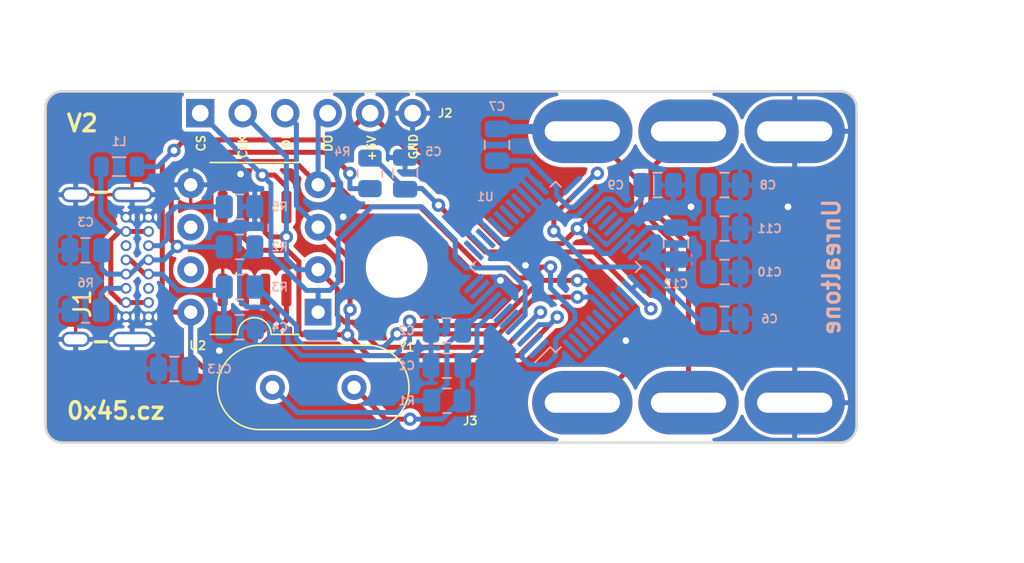
<source format=kicad_pcb>
(kicad_pcb (version 20221018) (generator pcbnew)

  (general
    (thickness 1.6)
  )

  (paper "A4")
  (layers
    (0 "F.Cu" signal)
    (31 "B.Cu" signal)
    (32 "B.Adhes" user "B.Adhesive")
    (33 "F.Adhes" user "F.Adhesive")
    (34 "B.Paste" user)
    (35 "F.Paste" user)
    (36 "B.SilkS" user "B.Silkscreen")
    (37 "F.SilkS" user "F.Silkscreen")
    (38 "B.Mask" user)
    (39 "F.Mask" user)
    (40 "Dwgs.User" user "User.Drawings")
    (41 "Cmts.User" user "User.Comments")
    (42 "Eco1.User" user "User.Eco1")
    (43 "Eco2.User" user "User.Eco2")
    (44 "Edge.Cuts" user)
    (45 "Margin" user)
    (46 "B.CrtYd" user "B.Courtyard")
    (47 "F.CrtYd" user "F.Courtyard")
    (48 "B.Fab" user)
    (49 "F.Fab" user)
  )

  (setup
    (stackup
      (layer "F.SilkS" (type "Top Silk Screen"))
      (layer "F.Paste" (type "Top Solder Paste"))
      (layer "F.Mask" (type "Top Solder Mask") (thickness 0.01))
      (layer "F.Cu" (type "copper") (thickness 0.035))
      (layer "dielectric 1" (type "core") (thickness 1.51) (material "FR4") (epsilon_r 4.5) (loss_tangent 0.02))
      (layer "B.Cu" (type "copper") (thickness 0.035))
      (layer "B.Mask" (type "Bottom Solder Mask") (thickness 0.01))
      (layer "B.Paste" (type "Bottom Solder Paste"))
      (layer "B.SilkS" (type "Bottom Silk Screen"))
      (copper_finish "None")
      (dielectric_constraints no)
    )
    (pad_to_mask_clearance 0.051)
    (solder_mask_min_width 0.25)
    (pcbplotparams
      (layerselection 0x00010fc_ffffffff)
      (plot_on_all_layers_selection 0x0000000_00000000)
      (disableapertmacros false)
      (usegerberextensions false)
      (usegerberattributes false)
      (usegerberadvancedattributes false)
      (creategerberjobfile false)
      (dashed_line_dash_ratio 12.000000)
      (dashed_line_gap_ratio 3.000000)
      (svgprecision 6)
      (plotframeref false)
      (viasonmask false)
      (mode 1)
      (useauxorigin false)
      (hpglpennumber 1)
      (hpglpenspeed 20)
      (hpglpendiameter 15.000000)
      (dxfpolygonmode true)
      (dxfimperialunits true)
      (dxfusepcbnewfont true)
      (psnegative false)
      (psa4output false)
      (plotreference true)
      (plotvalue true)
      (plotinvisibletext false)
      (sketchpadsonfab false)
      (subtractmaskfromsilk false)
      (outputformat 1)
      (mirror false)
      (drillshape 0)
      (scaleselection 1)
      (outputdirectory "/home/tomas/Documents/tomas/git/microlab/combo/kicad/unrealtone/gerber_new/")
    )
  )

  (net 0 "")
  (net 1 "GND")
  (net 2 "Net-(U1-MSEL)")
  (net 3 "Net-(U1-VREF)")
  (net 4 "XI")
  (net 5 "XO")
  (net 6 "D+")
  (net 7 "Net-(U1-MICIN)")
  (net 8 "D-")
  (net 9 "Net-(J1-VBUS-PadA4)")
  (net 10 "Net-(J1-CC1)")
  (net 11 "unconnected-(J1-SBU1-PadA8)")
  (net 12 "unconnected-(J3-PadR)")
  (net 13 "Net-(C7-Pad1)")
  (net 14 "Net-(J1-CC2)")
  (net 15 "unconnected-(J1-SBU2-PadB8)")
  (net 16 "CS")
  (net 17 "CLK")
  (net 18 "DI")
  (net 19 "DO")
  (net 20 "AVDD1")
  (net 21 "Net-(U1-USBDP)")
  (net 22 "Net-(U1-USBDM)")
  (net 23 "unconnected-(U1-SPDIFO-Pad1)")
  (net 24 "unconnected-(U1-MUTER-Pad6)")
  (net 25 "unconnected-(U1-PWRSEL-Pad7)")
  (net 26 "unconnected-(U1-GPIO2-Pad11)")
  (net 27 "unconnected-(U1-LEDO-Pad12)")
  (net 28 "unconnected-(U1-GPIO3-Pad13)")
  (net 29 "unconnected-(U1-GPIO4-Pad15)")
  (net 30 "unconnected-(U1-ADSCLK-Pad17)")
  (net 31 "unconnected-(U1-MUTEP-Pad18)")
  (net 32 "unconnected-(U1-ADLRCK-Pad19)")
  (net 33 "unconnected-(U1-ADMCLK-Pad20)")
  (net 34 "unconnected-(U1-LEDR-Pad21)")
  (net 35 "unconnected-(U1-VBIAS-Pad25)")
  (net 36 "unconnected-(U1-LOL-Pad30)")
  (net 37 "unconnected-(U1-LOBS-Pad31)")
  (net 38 "unconnected-(U1-LOR-Pad32)")
  (net 39 "unconnected-(U1-VOLUP-Pad39)")
  (net 40 "unconnected-(U1-PDSW-Pad40)")
  (net 41 "unconnected-(U1-GPIO1-Pad43)")
  (net 42 "unconnected-(U1-SDOUT-Pad44)")
  (net 43 "unconnected-(U1-DAMCLK-Pad45)")
  (net 44 "unconnected-(U1-DALRCK-Pad46)")
  (net 45 "unconnected-(U1-DASCLK-Pad47)")
  (net 46 "unconnected-(U1-VOLDIN-Pad48)")
  (net 47 "unconnected-(U2-NC-Pad6)")
  (net 48 "unconnected-(U2-NC-Pad7)")
  (net 49 "unconnected-(U3-NC-Pad6)")
  (net 50 "unconnected-(U3-NC-Pad7)")

  (footprint "Package_SO:SOIC-8_3.9x4.9mm_P1.27mm" (layer "F.Cu") (at 121.5 101.9 -90))

  (footprint "library:GCT_USB4085-GF-A_REVA4" (layer "F.Cu") (at 110.8 103 -90))

  (footprint "Crystal:Crystal_HC49-4H_Vertical" (layer "F.Cu") (at 127.45 110.2 180))

  (footprint "neurik_jack:NMJ6HF-S" (layer "F.Cu") (at 147 103))

  (footprint "MountingHole:MountingHole_3.2mm_M3" (layer "F.Cu") (at 130 103))

  (footprint "Connector_PinHeader_2.54mm:PinHeader_1x06_P2.54mm_Vertical" (layer "F.Cu") (at 118.25 93.8 90))

  (footprint "Package_DIP:DIP-8_W7.62mm" (layer "F.Cu") (at 125.3 105.7 180))

  (footprint "Capacitor_SMD:C_0805_2012Metric" (layer "B.Cu") (at 145.6 98.1))

  (footprint "Capacitor_SMD:C_0805_2012Metric" (layer "B.Cu") (at 120.6 106.6))

  (footprint "Capacitor_SMD:C_0805_2012Metric" (layer "B.Cu") (at 146.7 101.6 -90))

  (footprint "Inductor_SMD:L_0805_2012Metric" (layer "B.Cu") (at 113.4 97))

  (footprint "Capacitor_SMD:C_0805_2012Metric" (layer "B.Cu") (at 133 108.9 180))

  (footprint "Capacitor_SMD:C_0805_2012Metric" (layer "B.Cu") (at 111.4 102 180))

  (footprint "Resistor_SMD:R_0805_2012Metric" (layer "B.Cu") (at 120.6 101.8))

  (footprint "Resistor_SMD:R_0805_2012Metric" (layer "B.Cu") (at 128.4 97.4 -90))

  (footprint "Resistor_SMD:R_0805_2012Metric" (layer "B.Cu") (at 133 111))

  (footprint "Package_QFP:LQFP-48_7x7mm_P0.5mm" (layer "B.Cu") (at 139.5 103 45))

  (footprint "Capacitor_SMD:C_0805_2012Metric" (layer "B.Cu") (at 149.6 106.1))

  (footprint "Capacitor_SMD:C_0805_2012Metric" (layer "B.Cu") (at 136 95.7 -90))

  (footprint "Capacitor_SMD:C_0805_2012Metric" (layer "B.Cu") (at 149.6 98.1))

  (footprint "Resistor_SMD:R_0805_2012Metric" (layer "B.Cu") (at 120.6 99.4))

  (footprint "Capacitor_SMD:C_0805_2012Metric" (layer "B.Cu") (at 149.6 103.3))

  (footprint "Capacitor_SMD:C_0805_2012Metric" (layer "B.Cu") (at 116.7 109.1 180))

  (footprint "Capacitor_SMD:C_0805_2012Metric" (layer "B.Cu") (at 149.6 100.7))

  (footprint "Resistor_SMD:R_0805_2012Metric" (layer "B.Cu") (at 111.4 105.6 180))

  (footprint "Capacitor_SMD:C_0805_2012Metric" (layer "B.Cu") (at 130.5 97.4 90))

  (footprint "Resistor_SMD:R_0805_2012Metric" (layer "B.Cu") (at 120.6 104.2))

  (footprint "Capacitor_SMD:C_0805_2012Metric" (layer "B.Cu") (at 133 106.8 180))

  (gr_poly
    (pts
      (arc (start 157.5 93.5) (mid 157.207107 92.792893) (end 156.5 92.5))
      (arc (start 110 92.5) (mid 109.292893 92.792893) (end 109 93.5))
      (arc (start 109 112.5) (mid 109.292893 113.207107) (end 110 113.5))
      (arc (start 156.5 113.5) (mid 157.207107 113.207107) (end 157.5 112.5))
    )

    (stroke (width 0.15) (type solid)) (fill none) (layer "Edge.Cuts") (tstamp 01d9c406-65fe-4123-9f62-9a2d4046f1c5))
  (gr_text "Unrealtone" (at 156 103 90) (layer "B.SilkS") (tstamp df203078-81b9-481a-ad08-6677e90198e6)
    (effects (font (size 1 1) (thickness 0.2) bold) (justify mirror))
  )
  (gr_text "0x45.cz" (at 113.2 111.6) (layer "F.SilkS") (tstamp 3610c570-3897-4ad4-a232-3272e74e8e7f)
    (effects (font (size 1 1) (thickness 0.2) bold))
  )
  (gr_text "GND" (at 131 95.8 90) (layer "F.SilkS") (tstamp 571816bd-3e3a-40cc-b6c4-d923f50eb86e)
    (effects (font (size 0.5 0.5) (thickness 0.1)))
  )
  (gr_text "V2" (at 111.2 94.4) (layer "F.SilkS") (tstamp 62f8f0b1-d617-4d83-923a-d21a7c9cbd60)
    (effects (font (size 1 1) (thickness 0.2) bold))
  )
  (gr_text "CS" (at 118.3 95.6 90) (layer "F.SilkS") (tstamp 83701bb0-3d4f-4263-99ec-1ede54305c7a)
    (effects (font (size 0.5 0.5) (thickness 0.1)))
  )
  (gr_text "CLK" (at 120.8 95.8 90) (layer "F.SilkS") (tstamp a5e28fc5-011c-45be-9150-cce33c9cdce9)
    (effects (font (size 0.5 0.5) (thickness 0.1)))
  )
  (gr_text "+5V" (at 128.5 95.9 90) (layer "F.SilkS") (tstamp abdd8b1d-c728-48f9-9a97-72bf1103af41)
    (effects (font (size 0.5 0.5) (thickness 0.1)))
  )
  (gr_text "DO" (at 125.9 95.6 90) (layer "F.SilkS") (tstamp b22f382a-f691-4bfe-a214-26279b12d44e)
    (effects (font (size 0.5 0.5) (thickness 0.1)))
  )
  (gr_text "DI" (at 123.4 95.5 90) (layer "F.SilkS") (tstamp bf4a640a-e145-45e5-baf2-bc304cffdc8b)
    (effects (font (size 0.5 0.5) (thickness 0.1)))
  )

  (segment (start 153.4 99.4) (end 147.6 99.4) (width 0.3) (layer "F.Cu") (net 1) (tstamp b48cb082-ebfc-464c-afea-25b10e95b70c))
  (segment (start 119.394142 108) (end 119.395 107.999142) (width 0.3) (layer "F.Cu") (net 1) (tstamp d2812886-21fe-4ec4-a3aa-a2f879995958))
  (via (at 147.6 99.4) (size 0.8) (drill 0.4) (layers "F.Cu" "B.Cu") (net 1) (tstamp 141bb2fb-d4ff-4a21-847d-71b85e1a1ed6))
  (via (at 153.4 99.4) (size 0.8) (drill 0.4) (layers "F.Cu" "B.Cu") (free) (net 1) (tstamp 6bf10033-9711-40f7-a918-d8dc754001d7))
  (via (at 119.394142 108) (size 0.8) (drill 0.4) (layers "F.Cu" "B.Cu") (net 1) (tstamp 8ff2614b-ce40-4984-9056-718e962c226c))
  (via (at 120.66 97.44) (size 0.8) (drill 0.4) (layers "F.Cu" "B.Cu") (net 1) (tstamp a042b7e4-6292-4a72-a834-5edf7afab4e2))
  (via (at 143.7 107.4) (size 0.8) (drill 0.4) (layers "F.Cu" "B.Cu") (free) (net 1) (tstamp c55b31e4-dc35-4b34-91e5-f541fe6b15d9))
  (via (at 137.7 102.9) (size 0.8) (drill 0.4) (layers "F.Cu" "B.Cu") (net 1) (tstamp dc3addc8-11c7-41d6-af71-3f74dd7cf650))
  (via (at 126.8 100) (size 0.8) (drill 0.4) (layers "F.Cu" "B.Cu") (free) (net 1) (tstamp e86962c5-a5fd-4638-a2bb-5a8f8437ebc3))
  (via (at 136.2 103.801797) (size 0.8) (drill 0.4) (layers "F.Cu" "B.Cu") (net 1) (tstamp fe5741b1-fbe0-41f9-ad84-670604710c03))
  (segment (start 146.3 99.3) (end 146.55 99.05) (width 0.3) (layer "B.Cu") (net 1) (tstamp 000c8f4c-d1b0-429e-98db-68d4c97004d6))
  (segment (start 136.516117 101.783883) (end 135.672785 100.940551) (width 0.3) (layer "B.Cu") (net 1) (tstamp 00e0e439-9bcb-43cd-82ac-2ea77440476f))
  (segment (start 140.782234 99.95) (end 139.63198 99.95) (width 0.3) (layer "B.Cu") (net 1) (tstamp 0e2141f4-0358-461b-b206-3eb5ab4172d8))
  (segment (start 136.2 103.825126) (end 136.2 103.801797) (width 0.3) (layer "B.Cu") (net 1) (tstamp 1becb5d0-2626-4e56-85da-fc4b8612a9e7))
  (segment (start 136.059404 102.240596) (end 136.516117 101.783883) (width 0.3) (layer "B.Cu") (net 1) (tstamp 25b25ef9-ce11-49af-9c81-a41bf15c7eb5))
  (segment (start 146.7 102.35) (end 144.736664 102.35) (width 0.3) (layer "B.Cu") (net 1) (tstamp 26148674-5e72-476c-b2ad-5329e443dbb5))
  (segment (start 139.63198 99.95) (end 138.147658 98.465678) (width 0.3) (layer "B.Cu") (net 1) (tstamp 5e0a2235-b656-4d8c-a7e6-b38765fa3226))
  (segment (start 144.967766 99.3) (end 146.3 99.3) (width 0.3) (layer "B.Cu") (net 1) (tstamp 618e4e67-497e-4859-b2f9-82d4936af144))
  (segment (start 144.736664 102.35) (end 144.387876 102.001212) (width 0.3) (layer "B.Cu") (net 1) (tstamp 674b5fe8-746e-4203-8074-6f86202c7795))
  (segment (start 137.7 102.9) (end 137.632234 102.9) (width 0.3) (layer "B.Cu") (net 1) (tstamp 690321ed-90fa-43d7-8006-3b526f9e0ba1))
  (segment (start 146.55 99.05) (end 146.55 97.9) (width 0.3) (layer "B.Cu") (net 1) (tstamp 79f670f5-d905-4fe2-974f-b84eb672328c))
  (segment (start 141.559449 99.172785) (end 140.782234 99.95) (width 0.3) (layer "B.Cu") (net 1) (tstamp 8ed83b79-007a-4fde-b69f-121d69260b03))
  (segment (start 134.965678 101.647658) (end 135.558616 102.240596) (width 0.3) (layer "B.Cu") (net 1) (tstamp b9ffc4e4-539d-4bf9-a302-6695c7813c99))
  (segment (start 143.327215 100.940551) (end 144.967766 99.3) (width 0.3) (layer "B.Cu") (net 1) (tstamp c10c29f0-cbf2-4114-8c5e-5cf142f39ca1))
  (segment (start 135.319231 104.705895) (end 136.2 103.825126) (width 0.3) (layer "B.Cu") (net 1) (tstamp e785055a-7c55-48dc-9dbc-58424d1019dc))
  (segment (start 137.632234 102.9) (end 136.516117 101.783883) (width 0.3) (layer "B.Cu") (net 1) (tstamp e7abc6b7-29dd-4c70-b97d-659194ec2251))
  (segment (start 135.558616 102.240596) (end 136.059404 102.240596) (width 0.3) (layer "B.Cu") (net 1) (tstamp f26bd79c-3f09-46fa-8497-fa4e6b124580))
  (segment (start 145.2 105.5) (end 141.8 102.1) (width 0.3) (layer "F.Cu") (net 2) (tstamp 6b7c18ef-1d7e-40af-b10e-abe2193c4b92))
  (segment (start 135.3 102.1) (end 132.5 99.3) (width 0.3) (layer "F.Cu") (net 2) (tstamp 8a39c7fd-b0c4-4d7d-95f9-f2cc79f5104f))
  (segment (start 141.8 102.1) (end 135.3 102.1) (width 0.3) (layer "F.Cu") (net 2) (tstamp a1eaa96b-2b18-4834-9700-8baaf21347f4))
  (via (at 145.2 105.5) (size 0.8) (drill 0.4) (layers "F.Cu" "B.Cu") (net 2) (tstamp 96b0e787-8812-44b2-a181-a46d4dabc940))
  (via (at 132.5 99.3) (size 0.8) (drill 0.4) (layers "F.Cu" "B.Cu") (net 2) (tstamp 9a31f201-9a1e-4b10-8980-6a6f848d7547))
  (segment (start 132.5 99.3) (end 131.5 98.3) (width 0.3) (layer "B.Cu") (net 2) (tstamp 22593bdf-d9bf-4335-902f-e34d188edd1c))
  (segment (start 128.6375 96.4875) (end 130.5 98.35) (width 0.3) (layer "B.Cu") (net 2) (tstamp 44684a01-3399-410a-89cc-93c41851fed8))
  (segment (start 144.052342 104.352342) (end 145.2 105.5) (width 0.3) (layer "B.Cu") (net 2) (tstamp 4fda5c73-72c9-4fb8-a2a6-6fadeebf2821))
  (segment (start 131.5 98.3) (end 130.55 98.3) (width 0.3) (layer "B.Cu") (net 2) (tstamp 77e3ade7-a41b-4b5e-b667-81c9427a4c1a))
  (segment (start 144.034322 104.352342) (end 144.052342 104.352342) (width 0.3) (layer "B.Cu") (net 2) (tstamp 8e26175e-9d0f-48ed-b973-495171f22088))
  (segment (start 144.387876 103.998788) (end 144.034322 104.352342) (width 0.3) (layer "B.Cu") (net 2) (tstamp eeee80d6-c972-4efd-abf2-eba9b9b49148))
  (segment (start 139.4 99.9) (end 139.4 100.8505) (width 0.3) (layer "F.Cu") (net 3) (tstamp 0ffa2140-2830-4585-ad04-caa87f9f4301))
  (segment (start 141.9 97.4) (end 139.4 99.9) (width 0.3) (layer "F.Cu") (net 3) (tstamp ca41aecd-1e65-4478-90e0-9912d9ee769e))
  (segment (start 142 97.4) (end 141.9 97.4) (width 0.3) (layer "F.Cu") (net 3) (tstamp ef4d33e3-7556-4bde-a17b-0f09a9f8a5a6))
  (via (at 142 97.4) (size 0.8) (drill 0.4) (layers "F.Cu" "B.Cu") (net 3) (tstamp dd3daa00-a857-481c-85ea-801ad19a2307))
  (via (at 139.4 100.8505) (size 0.8) (drill 0.4) (layers "F.Cu" "B.Cu") (net 3) (tstamp f6a02d51-379f-4339-b13a-0ddcef1d8a87))
  (segment (start 141.91802 97.4) (end 140.852342 98.465678) (width 0.3) (layer "B.Cu") (net 3) (tstamp 07aa3df0-3996-49ba-bc85-6388f132104b))
  (segment (start 144.9 103) (end 141.6 103) (width 0.3) (layer "B.Cu") (net 3) (tstamp 20102b3c-7ab5-4aee-b398-cf7a6fef0457))
  (segment (start 142 97.4) (end 141.91802 97.4) (width 0.3) (layer "B.Cu") (net 3) (tstamp 28760d00-2d2b-465e-ba17-ef57c18068e8))
  (segment (start 148.45 106.1) (end 148 106.1) (width 0.3) (layer "B.Cu") (net 3) (tstamp 4cf69bcc-5522-4711-937e-e2928b3b1627))
  (segment (start 141.6 103) (end 139.4505 100.8505) (width 0.3) (layer "B.Cu") (net 3) (tstamp 969bbebd-d68b-4f84-81de-0a80926db3d4))
  (segment (start 148 106.1) (end 144.9 103) (width 0.3) (layer "B.Cu") (net 3) (tstamp ca8dcca6-e828-4ead-b044-d7b876fc65ae))
  (segment (start 139.4505 100.8505) (end 139.4 100.8505) (width 0.3) (layer "B.Cu") (net 3) (tstamp dc9319b6-b888-4c16-8f41-1766625c6622))
  (segment (start 130.8 112.1) (end 129.35 112.1) (width 0.3) (layer "F.Cu") (net 4) (tstamp 621b12cc-33ce-4573-90f0-ea576dcd4a70))
  (segment (start 129.35 112.1) (end 127.45 110.2) (width 0.3) (layer "F.Cu") (net 4) (tstamp 9e0d9218-339a-4651-bd9a-9b83c0503634))
  (via (at 130.8 112.1) (size 0.8) (drill 0.4) (layers "F.Cu" "B.Cu") (net 4) (tstamp 4708e910-c672-419a-90f4-00a156d7b622))
  (segment (start 132.7125 112.1) (end 133.95 110.8625) (width 0.3) (layer "B.Cu") (net 4) (tstamp 195331b4-af6e-4868-92aa-b811b2c1973d))
  (segment (start 133.95 108.8) (end 134.8 107.95) (width 0.3) (layer "B.Cu") (net 4) (tstamp 2326a39d-478e-499d-ad5f-7aba604769a7))
  (segment (start 134.8 106.63934) (end 136.026338 105.413002) (width 0.3) (layer "B.Cu") (net 4) (tstamp 452d6051-948a-4aef-bbf6-18ee8b828e75))
  (segment (start 133.95 110.8625) (end 133.95 108.8) (width 0.3) (layer "B.Cu") (net 4) (tstamp 67ef3b28-3257-491a-8534-af68df029519))
  (segment (start 134.8 107.95) (end 134.8 106.63934) (width 0.3) (layer "B.Cu") (net 4) (tstamp 6e566244-4257-4ebb-bb06-c43726bc0b1a))
  (segment (start 132.7125 112.1) (end 130.8 112.1) (width 0.3) (layer "B.Cu") (net 4) (tstamp 8fffbd84-1242-4f6b-8f94-29715b037d3c))
  (segment (start 133.95 106.7) (end 133 107.65) (width 0.3) (layer "B.Cu") (net 5) (tstamp 02d7f81f-690c-4305-8584-dbd38e5c94ae))
  (segment (start 134.032234 106.7) (end 135.672785 105.059449) (width 0.3) (layer "B.Cu") (net 5) (tstamp 56afb3d1-eeb1-4f65-9c48-18830f00a071))
  (segment (start 122.57 110.2) (end 124.069311 111.699311) (width 0.3) (layer "B.Cu") (net 5) (tstamp 679693bc-5e89-4dc6-b7cb-d6e1dfbaebfc))
  (segment (start 133 107.65) (end 133 109.9875) (width 0.3) (layer "B.Cu") (net 5) (tstamp 834503c0-148f-4d8a-8aeb-aa1cc5b174bf))
  (segment (start 130.000689 111.699311) (end 130.7 111) (width 0.3) (layer "B.Cu") (net 5) (tstamp d824bd51-058a-4fae-997b-725a590cae19))
  (segment (start 130.7 111) (end 132.0875 111) (width 0.3) (layer "B.Cu") (net 5) (tstamp dbec12c6-96a3-4b23-9725-2862cc9d0630))
  (segment (start 133 109.9875) (end 131.9875 111) (width 0.3) (layer "B.Cu") (net 5) (tstamp e546897f-86ad-45c1-8a7a-cb309111f601))
  (segment (start 124.069311 111.699311) (end 130.000689 111.699311) (width 0.3) (layer "B.Cu") (net 5) (tstamp e6a1e899-8b28-4502-9ac1-3d4251abfcbc))
  (segment (start 127.2 97.4) (end 125.94 96.14) (width 0.3) (layer "F.Cu") (net 6) (tstamp 1cf726fc-205e-4a06-89bb-f27c62ffa531))
  (segment (start 116.52 97.613654) (end 116.52 101.40711) (width 0.3) (layer "F.Cu") (net 6) (tstamp 3bf33252-fbd2-48d9-aee3-7b503f7508b0))
  (segment (start 125.94 96.14) (end 117.993654 96.14) (width 0.3) (layer "F.Cu") (net 6) (tstamp 4abaacc5-4515-405d-b10e-3fb212f054d8))
  (segment (start 117.993654 96.14) (end 116.52 97.613654) (width 0.3) (layer "F.Cu") (net 6) (tstamp 4addd081-8799-4603-a998-161c0fc45408))
  (segment (start 116.52 101.40711) (end 116.883913 101.771023) (width 0.3) (layer "F.Cu") (net 6) (tstamp 9ce9cad6-7dba-4569-a3ef-8b9cdf6e99c4))
  (via (at 116.883913 101.771023) (size 0.8) (drill 0.4) (layers "F.Cu" "B.Cu") (net 6) (tstamp 226a7f6b-fe52-4d30-8379-e24d3aa6b38f))
  (via (at 127.2 97.4) (size 0.8) (drill 0.4) (layers "F.Cu" "B.Cu") (net 6) (tstamp 9485f507-e6f4-4cea-804f-2140be7bc7c2))
  (segment (start 114.925 102.575) (end 114.075 103.425) (width 0.3) (layer "B.Cu") (net 6) (tstamp 019c6ad3-a6ff-4d8c-ab5f-0384797bc7b6))
  (segment (start 116.883913 101.771023) (end 116.079936 102.575) (width 0.3) (layer "B.Cu") (net 6) (tstamp 0327243f-2645-4d0a-971d-024940d4f343))
  (segment (start 113.81 103.425) (end 112.675 103.425) (width 0.3) (layer "B.Cu") (net 6) (tstamp 28d6e63a-f9f1-48ad-ba38-cf1e71f5d187))
  (segment (start 116.079936 102.575) (end 115.16 102.575) (width 0.3) (layer "B.Cu") (net 6) (tstamp 569f2136-8fef-499b-bc0a-4185ac12bfa3))
  (segment (start 116.91289 101.8) (end 119.6875 101.8) (width 0.3) (layer "B.Cu") (net 6) (tstamp 5cd1a022-6703-4b29-86ed-13471c87b980))
  (segment (start 127.2125 98.3125) (end 128.4 98.3125) (width 0.3) (layer "B.Cu") (net 6) (tstamp 628aa18f-8b18-45cd-a8ea-722248c1a8e2))
  (segment (start 116.883913 101.771023) (end 116.91289 101.8) (width 0.3) (layer "B.Cu") (net 6) (tstamp 7a545e4c-71f8-440d-aa46-deaa665f463e))
  (segment (start 127.2 98.3) (end 127.2125 98.3125) (width 0.3) (layer "B.Cu") (net 6) (tstamp 86e8e713-c843-4afd-b4b5-e217acd25fa1))
  (segment (start 112.35 103.1) (end 112.35 101.9) (width 0.3) (layer "B.Cu") (net 6) (tstamp acc1be68-894f-4850-becd-90cb07f30e6b))
  (segment (start 115.16 102.575) (end 114.925 102.575) (width 0.3) (layer "B.Cu") (net 6) (tstamp ce6fbc18-d77b-4912-a6e0-95444f12c93b))
  (segment (start 112.675 103.425) (end 112.35 103.1) (width 0.3) (layer "B.Cu") (net 6) (tstamp d012aa28-25b4-4364-8831-f8a742914825))
  (segment (start 127.2 97.4) (end 127.2 98.3) (width 0.3) (layer "B.Cu") (net 6) (tstamp d324f330-77d1-4dd4-99fd-037d0f9854c4))
  (segment (start 114.075 103.425) (end 113.81 103.425) (width 0.3) (layer "B.Cu") (net 6) (tstamp fef6677d-b004-42d3-ab77-d57fca86541f))
  (segment (start 140.260877 99.412169) (end 140.612957 99.412169) (width 0.3) (layer "B.Cu") (net 7) (tstamp 07e21e92-1916-426c-9e4a-e7bac2c7c340))
  (segment (start 139.552297 98.703589) (end 140.260877 99.412169) (width 0.3) (layer "B.Cu") (net 7) (tstamp 4b308a67-e6b9-4099-b999-7dd4552dd912))
  (segment (start 140.612957 99.412169) (end 141.205895 98.819231) (width 0.3) (layer "B.Cu") (net 7) (tstamp b2677819-374d-4cc2-8df2-ae75077b246d))
  (segment (start 139.552297 98.252297) (end 139.552297 98.703589) (width 0.3) (layer "B.Cu") (net 7) (tstamp ca62af87-4606-4930-9dc7-c4ea4a4dfa75))
  (segment (start 137.95 96.65) (end 139.552297 98.252297) (width 0.3) (layer "B.Cu") (net 7) (tstamp deb4c5c9-9f9f-4876-bac5-20e858d15564))
  (segment (start 136 96.65) (end 137.95 96.65) (width 0.3) (layer "B.Cu") (net 7) (tstamp e131b084-701e-4521-9f16-195e4d2c85f3))
  (segment (start 114.075 102.575) (end 114.925 103.425) (width 0.3) (layer "F.Cu") (net 8) (tstamp 21db0db2-7027-4a66-a20d-5e35ffbccb1b))
  (segment (start 114.925 103.425) (end 115.16 103.425) (width 0.3) (layer "F.Cu") (net 8) (tstamp 43aa7a62-d7cb-41c4-93a3-364c56def8e9))
  (segment (start 113.81 102.575) (end 114.075 102.575) (width 0.3) (layer "F.Cu") (net 8) (tstamp cbda5773-92ad-4080-99a1-f2aa0d7ca99d))
  (segment (start 115.16 103.425) (end 115.964595 103.425) (width 0.3) (layer "B.Cu") (net 8) (tstamp 2ec92bf1-461a-4229-b1f1-bcf4614bbdbf))
  (segment (start 116.939595 104.4) (end 119.4875 104.4) (width 0.3) (layer "B.Cu") (net 8) (tstamp 72083724-a26a-482f-b59f-b99ef2b3dba8))
  (segment (start 119.6875 104.2) (end 119.6875 106.5625) (width 0.3) (layer "B.Cu") (net 8) (tstamp 7b9abd91-c2d4-4dfa-8e16-b9bcee9ce1ec))
  (segment (start 115.964595 103.425) (end 116.939595 104.4) (width 0.3) (layer "B.Cu") (net 8) (tstamp e6bd6678-c787-4fa1-8484-cadf85c8c1b1))
  (segment (start 112.9 101.4) (end 113.425 100.875) (width 0.3) (layer "F.Cu") (net 9) (tstamp 134d548c-7512-4591-9a5a-e1f024a893ab))
  (segment (start 115.16 105.125) (end 113.81 105.125) (width 0.3) (layer "F.Cu") (net 9) (tstamp 3d402607-1db9-4511-a34e-26659e97fc2e))
  (segment (start 113.525 105.125) (end 112.9 104.5) (width 0.3) (layer "F.Cu") (net 9) (tstamp 47e384f0-d8eb-407d-a359-0bc121374d93))
  (segment (start 113.425 100.875) (end 113.81 100.875) (width 0.3) (layer "F.Cu") (net 9) (tstamp 698de3fa-8773-469d-bf27-b4ac663e8b1b))
  (segment (start 113.81 105.125) (end 113.525 105.125) (width 0.3) (layer "F.Cu") (net 9) (tstamp 876c4423-66e5-40a8-b66b-e0e28cbb230c))
  (segment (start 113.81 100.875) (end 115.16 100.875) (width 0.3) (layer "F.Cu") (net 9) (tstamp d5e27c1a-3570-4bc8-b868-64738e6b34ee))
  (segment (start 112.9 104.5) (end 112.9 101.4) (width 0.3) (layer "F.Cu") (net 9) (tstamp e1a60735-e20f-42f9-b034-de340d4a2d86))
  (segment (start 112.3 97.1375) (end 112.3 99.824619) (width 0.3) (layer "B.Cu") (net 9) (tstamp 5c69f63d-9d27-4fdd-a1fb-741f7f699172))
  (segment (start 113.350381 100.875) (end 113.81 100.875) (width 0.3) (layer "B.Cu") (net 9) (tstamp 82119eda-8bb7-4660-94d0-9a6e85a3f936))
  (segment (start 112.3 99.824619) (end 113.350381 100.875) (width 0.3) (layer "B.Cu") (net 9) (tstamp a2a410e7-8593-4886-9bf3-a7eb9020fd79))
  (segment (start 116.8 99.4) (end 116.3 99.9) (width 0.3) (layer "B.Cu") (net 10) (tstamp 03e66346-298f-481a-a63b-43f5aae58b7c))
  (segment (start 115.875 101.725) (end 115.16 101.725) (width 0.3) (layer "B.Cu") (net 10) (tstamp 18db45fd-114e-4720-95bb-d90fa24478af))
  (segment (start 119.6875 99.4) (end 116.8 99.4) (width 0.3) (layer "B.Cu") (net 10) (tstamp 55e8e32e-79dc-4f04-80ac-7532aa72b9e9))
  (segment (start 116.3 99.9) (end 116.3 101.3) (width 0.3) (layer "B.Cu") (net 10) (tstamp c4045905-0388-40bf-8c69-abe82b08d4fb))
  (segment (start 116.3 101.3) (end 115.875 101.725) (width 0.3) (layer "B.Cu") (net 10) (tstamp e4f85424-b6d1-418f-87ff-37ab71fb7833))
  (segment (start 145.2 97.135) (end 145.2 99.492894) (width 0.3) (layer "F.Cu") (net 12) (tstamp 4cc50b13-cffe-4908-97b5-f02ee0f473f0))
  (segment (start 147.45 94.885) (end 145.2 97.135) (width 0.3) (layer "F.Cu") (net 12) (tstamp 5ca933e6-071d-4d22-9cbf-54d004b38a6a))
  (segment (start 147.45 101.742894) (end 147.45 111.115) (width 0.3) (layer "F.Cu") (net 12) (tstamp a815992e-94d7-45c9-b594-b2599b352388))
  (segment (start 145.2 99.492894) (end 147.45 101.742894) (width 0.3) (layer "F.Cu") (net 12) (tstamp e2505d22-afc0-4b6d-ba0a-010324310abf))
  (segment (start 146.5 106.5) (end 141.885 111.115) (width 0.3) (layer "F.Cu") (net 13) (tstamp 2fd4db36-8a48-405c-92c9-f66b77cf2e38))
  (segment (start 141.485 94.885) (end 144.6 98) (width 0.3) (layer "F.Cu") (net 13) (tstamp 591c159d-6170-459f-997a-05b34c78e590))
  (segment (start 146.5 101.5) (end 146.5 106.5) (width 0.3) (layer "F.Cu") (net 13) (tstamp 6480196c-abd9-46a3-b7e0-eb64f2007046))
  (segment (start 144.6 98) (end 144.6 99.6) (width 0.3) (layer "F.Cu") (net 13) (tstamp b841a3f5-4bc8-4f8f-80c0-da02bc175c1d))
  (segment (start 144.6 99.6) (end 146.5 101.5) (width 0.3) (layer "F.Cu") (net 13) (tstamp c99939a6-5e4d-481b-9627-6be640ca1d07))
  (segment (start 136 94.75) (end 141.08 94.75) (width 0.6) (layer "B.Cu") (net 13) (tstamp aee78918-abf9-42ac-b7e0-7708a6d4c7b6))
  (segment (start 113.81 104.275) (end 112.625 104.275) (width 0.3) (layer "B.Cu") (net 14) (tstamp 853442c2-0fba-4871-b047-ab9646b273b0))
  (segment (start 112.625 104.275) (end 112.3125 104.5875) (width 0.3) (layer "B.Cu") (net 14) (tstamp 89ba3d1d-0bd3-47bd-890b-a39566eb83c0))
  (segment (start 112.3125 104.5875) (end 112.3125 105.6) (width 0.3) (layer "B.Cu") (net 14) (tstamp a7d3055c-5afa-4eb1-b291-8d46c5b65764))
  (segment (start 122.705 97.505) (end 123.405 98.205) (width 0.3) (layer "F.Cu") (net 16) (tstamp 0a63c7b7-f5d6-4bab-b216-3a64cd0bd947))
  (segment (start 123.405 98.205) (end 123.405 99.425) (width 0.3) (layer "F.Cu") (net 16) (tstamp 4fcb92d5-557c-4faf-b102-23b1533b88de))
  (segment (start 122.705 97.505) (end 121.955 97.505) (width 0.3) (layer "F.Cu") (net 16) (tstamp 67c1f6f7-7e43-4aa3-84ee-70ad2f68a7e6))
  (via (at 121.955 97.505) (size 0.8) (drill 0.4) (layers "F.Cu" "B.Cu") (net 16) (tstamp 95e7e0cc-7329-4c92-9b81-d84111f25765))
  (segment (start 122.48 102.28) (end 124.6 104.4) (width 0.3) (layer "B.Cu") (net 16) (tstamp 46823be1-d6e2-4430-9f3f-89789a276d07))
  (segment (start 122.48 98.03) (end 122.48 102.28) (width 0.3) (layer "B.Cu") (net 16) (tstamp 59e5feb0-8bf1-4466-a682-5801bcd169db))
  (segment (start 128.5 99.4) (end 131.5 99.4) (width 0.3) (layer "B.Cu") (net 16) (tstamp 628a9b5e-79aa-4420-aa91-83a1553ae1c6))
  (segment (start 137.679936 105.880724) (end 137.086998 106.473662) (width 0.3) (layer "B.Cu") (net 16) (tstamp 683deac1-b738-4cab-8954-ad5f25e1bc3a))
  (segment (start 133.5 102.4) (end 134.152297 103.052297) (width 0.3) (layer "B.Cu") (net 16) (tstamp 70bd5fab-ed02-413c-a118-19ff73f3e967))
  (segment (start 133.5 101.4) (end 133.5 102.4) (width 0.3) (layer "B.Cu") (net 16) (tstamp 94d41c10-57b7-40bf-b619-27c94038075f))
  (segment (start 136.552297 103.052297) (end 137.679936 104.179936) (width 0.3) (layer "B.Cu") (net 16) (tstamp a3a8f84e-1710-47cd-9231-652c8b48bcc3))
  (segment (start 131.5 99.4) (end 133.5 101.4) (width 0.3) (layer "B.Cu") (net 16) (tstamp b76c3e18-4f48-4aa8-9dfe-184f4d216ba7))
  (segment (start 124.6 104.4) (end 125.3 104.4) (width 0.3) (layer "B.Cu") (net 16) (tstamp b943dac0-da32-4e84-8f56-138198e6bf1e))
  (segment (start 134.152297 103.052297) (end 136.552297 103.052297) (width 0.3) (layer "B.Cu") (net 16) (tstamp c0397d3d-0e2e-43d4-8e96-057a83736ee0))
  (segment (start 125.3 104.4) (end 126 104.4) (width 0.3) (layer "B.Cu") (net 16) (tstamp cab8d403-8712-4f9a-b46a-d190ac27187d))
  (segment (start 137.679936 104.179936) (end 137.679936 105.880724) (width 0.3) (layer "B.Cu") (net 16) (tstamp e0ba93d1-f654-4aef-a980-0c17cac5188e))
  (segment (start 126.5 101.4) (end 128.5 99.4) (width 0.3) (layer "B.Cu") (net 16) (tstamp e6ea9042-7dfc-4c8e-bd51-7761a5c725bb))
  (segment (start 126 104.4) (end 126.5 103.9) (width 0.3) (layer "B.Cu") (net 16) (tstamp e93e3e33-2a23-45e7-a203-58b0c26e40c1))
  (segment (start 125.3 105.7) (end 125.3 104.4) (width 0.3) (layer "B.Cu") (net 16) (tstamp f52407b4-5d36-4d3b-aea6-d71bb1787a8a))
  (segment (start 126.5 103.9) (end 126.5 101.4) (width 0.3) (layer "B.Cu") (net 16) (tstamp f54f05c9-04e4-4931-be99-c215f2ca7341))
  (segment (start 118.25 93.8) (end 122.48 98.03) (width 0.3) (layer "B.Cu") (net 16) (tstamp fb5978cf-3aa5-4b87-a3bb-738f33d865d1))
  (segment (start 122.135 100.935) (end 122.4 101.2) (width 0.3) (layer "F.Cu") (net 17) (tstamp 010c6dfb-1c95-409e-ad65-f205087229c8))
  (segment (start 128.870161 107.8) (end 136.5 107.8) (width 0.3) (layer "F.Cu") (net 17) (tstamp 56771d7b-8ec4-44f7-b12a-573c0ccd14f3))
  (segment (start 123.4005 101.2) (end 122.4 101.2) (width 0.3) (layer "F.Cu") (net 17) (tstamp 8fe08575-d781-469b-9758-5674938ec93d))
  (segment (start 136.5 107.8) (end 138.6 105.7) (width 0.3) (layer "F.Cu") (net 17) (tstamp a375e897-17bd-4a52-aa4d-feeef887d786))
  (segment (start 126.45 105.86) (end 126.8905 106.3005) (width 0.3) (layer "F.Cu") (net 17) (tstamp a3e29ea9-b8e8-4c2a-baa2-3ba4b1b392b8))
  (segment (start 125.3 103.16) (end 126.45 104.31) (width 0.3) (layer "F.Cu") (net 17) (tstamp bf78111e-d9ff-42df-ba68-68b5d78e960d))
  (segment (start 126.8905 106.3005) (end 127.370661 106.3005) (width 0.3) (layer "F.Cu") (net 17) (tstamp e34ba7b4-581f-4912-b0ee-3e2fbf296c87))
  (segment (start 127.370661 106.3005) (end 128.870161 107.8) (width 0.3) (layer "F.Cu") (net 17) (tstamp f61a4450-a808-4f83-a484-9779981508e1))
  (segment (start 122.135 99.425) (end 122.135 100.935) (width 0.3) (layer "F.Cu") (net 17) (tstamp f6b8f321-d7a6-4231-8fee-a59fb1dfc255))
  (segment (start 126.45 104.31) (end 126.45 105.86) (width 0.3) (layer "F.Cu") (net 17) (tstamp f70692ea-b4bc-4dad-a72a-ad96b3382de2))
  (via (at 123.4005 101.2) (size 0.8) (drill 0.4) (layers "F.Cu" "B.Cu") (net 17) (tstamp 60ffee57-fde8-4f77-9d6f-3f3fcd0adc30))
  (via (at 138.6 105.7) (size 0.8) (drill 0.4) (layers "F.Cu" "B.Cu") (net 17) (tstamp ce77aa2d-797a-4aa0-9d1c-a18865cc3859))
  (segment (start 124.067106 103.16) (end 125.3 103.16) (width 0.3) (layer "B.Cu") (net 17) (tstamp 1ab67b7f-b994-4cb9-a951-b36d64c06304))
  (segment (start 123.4005 96.4105) (end 120.79 93.8) (width 0.3) (layer "B.Cu") (net 17) (tstamp 33968ab2-1475-4553-b285-509eefd2ded5))
  (segment (start 138.567766 105.7) (end 137.440551 106.827215) (width 0.3) (layer "B.Cu") (net 17) (tstamp 42cc067e-dd40-4bc2-bb22-7ee1cc240a96))
  (segment (start 123.4005 101.2) (end 123.4005 102.493394) (width 0.3) (layer "B.Cu") (net 17) (tstamp 70c9dc2a-4ab6-411b-8a58-23a1c8e8c827))
  (segment (start 138.6 105.7) (end 138.567766 105.7) (width 0.3) (layer "B.Cu") (net 17) (tstamp a8c3c333-6b10-49f0-9a8e-909163ba0d41))
  (segment (start 123.4005 101.2) (end 123.4005 96.4105) (width 0.3) (layer "B.Cu") (net 17) (tstamp be18828f-13e9-4314-8e52-8c80dbbe8f20))
  (segment (start 123.4005 102.493394) (end 124.067106 103.16) (width 0.3) (layer "B.Cu") (net 17) (tstamp d5661f89-5e39-498a-b23d-08a43d9eea0d))
  (segment (start 124.3505 107.0505) (end 127.06 107.0505) (width 0.3) (layer "F.Cu") (net 18) (tstamp 11a80c9c-a8fe-4b4d-8dca-a2c17937bf33))
  (segment (start 127.210293 102.530293) (end 125.3 100.62) (width 0.3) (layer "F.Cu") (net 18) (tstamp 3064d0c2-4c96-4c92-abc2-4c4100354b11))
  (segment (start 128.3095 108.3) (end 127.06 107.0505) (width 0.3) (layer "F.Cu") (net 18) (tstamp 3257723a-d168-419a-b413-4908fa73cc30))
  (segment (start 124.15 106.85) (end 124.3505 107.0505) (width 0.3) (layer "F.Cu") (net 18) (tstamp 3913869d-79f8-475e-b18e-66dc03acf1f0))
  (segment (start 137.3 108.3) (end 128.3095 108.3) (width 0.3) (layer "F.Cu") (net 18) (tstamp 4ef1a953-e7fe-4857-9d53-3b4abe0a3694))
  (segment (start 121.6 102) (end 123.466346 102) (width 0.3) (layer "F.Cu") (net 18) (tstamp 589d4883-1f46-495c-96d8-2c091d1ffc84))
  (segment (start 127.210293 105.551) (end 127.210293 102.530293) (width 0.3) (layer "F.Cu") (net 18) (tstamp 671ff63f-cea3-4f8c-82b3-fd81cd82eb8f))
  (segment (start 124.15 102.683654) (end 124.15 106.85) (width 0.3) (layer "F.Cu") (net 18) (tstamp 7c65b39d-dfa0-46f0-ada2-03a56fc907eb))
  (segment (start 121.6 102) (end 120.865 101.265) (width 0.3) (layer "F.Cu") (net 18) (tstamp 8be0769b-58af-499d-a738-f3a7b70cbedf))
  (segment (start 139.6 106) (end 137.3 108.3) (width 0.3) (layer "F.Cu") (net 18) (tstamp a6a974d0-a11d-4233-8c8e-97a217846d8b))
  (segment (start 123.466346 102) (end 124.15 102.683654) (width 0.3) (layer "F.Cu") (net 18) (tstamp bc9859a4-1494-42d7-9ca5-55957fff92cd))
  (segment (start 120.865 101.265) (end 120.865 99.425) (width 0.3) (layer "F.Cu") (net 18) (tstamp d77c3429-fe6f-42bd-9ee2-028d7d821fa5))
  (via (at 127.06 107.0505) (size 0.8) (drill 0.4) (layers "F.Cu" "B.Cu") (net 18) (tstamp 1a1fead6-bbb8-4771-a7c5-31c86f683eea))
  (via (at 127.210293 105.551) (size 0.8) (drill 0.4) (layers "F.Cu" "B.Cu") (net 18) (tstamp 3f20fa8a-07d4-49b2-ac49-e4311aea2713))
  (via (at 139.6 106) (size 0.8) (drill 0.4) (layers "F.Cu" "B.Cu") (net 18) (tstamp 57f8e878-b830-4493-8365-ba19644afe4b))
  (segment (start 139.6 106) (end 139.15 106.45) (width 0.3) (layer "B.Cu") (net 18) (tstamp 0040526a-277d-4244-b54e-b7fa1af6b73d))
  (segment (start 124 99.32) (end 125.3 100.62) (width 0.3) (layer "B.Cu") (net 18) (tstamp 5abc3353-aea6-4904-aecc-c4663baf2698))
  (segment (start 138.524874 106.45) (end 137.794105 107.180769) (width 0.3) (layer "B.Cu") (net 18) (tstamp 5d5c30ed-e246-4865-9733-0112f106e8c0))
  (segment (start 123.33 93.8) (end 124 94.47) (width 0.3) (layer "B.Cu") (net 18) (tstamp 95267a7b-a028-4820-abb3-26d553206593))
  (segment (start 127.06 105.701293) (end 127.210293 105.551) (width 0.3) (layer "B.Cu") (net 18) (tstamp a7e8f805-4517-4ebb-810d-788e97670c01))
  (segment (start 139.15 106.45) (end 138.524874 106.45) (width 0.3) (layer "B.Cu") (net 18) (tstamp c47179a4-107b-4b35-b79d-823481f64b04))
  (segment (start 124 94.47) (end 124 99.32) (width 0.3) (layer "B.Cu") (net 18) (tstamp d1215a5f-e60c-41a5-9c1d-517cb7895242))
  (segment (start 127.06 107.0505) (end 127.06 105.701293) (width 0.3) (layer "B.Cu") (net 18) (tstamp efdffb3d-7574-44a8-b984-fbfe7873615c))
  (segment (start 135.051797 103.051797) (end 136.651797 103.051797) (width 0.3) (layer "F.Cu") (net 19) (tstamp 0cec29f8-4194-4d4a-b075-771f9721ebcb))
  (segment (start 119.8 97) (end 120.11 96.69) (width 0.3) (layer "F.Cu") (net 19) (tstamp 15395fef-9c3b-4ddf-a6a2-29b2a3a5ccec))
  (segment (start 127.75137 99.4) (end 131.4 99.4) (width 0.3) (layer "F.Cu") (net 19) (tstamp 158c6a59-dd13-410c-91b9-ca25ba6a91ef))
  (segment (start 123.91 96.69) (end 125.3 98.08) (width 0.3) (layer "F.Cu") (net 19) (tstamp 2a6095a3-f0e9-4acd-b4fa-833439e6d789))
  (segment (start 119.595 97.205) (end 119.8 97) (width 0.3) (layer "F.Cu") (net 19) (tstamp 4f493722-56a5-4a51-bc5a-ac51b89c12b3))
  (segment (start 119.595 99.425) (end 119.595 97.205) (width 0.3) (layer "F.Cu") (net 19) (tstamp 4fd3f3d1-ffd3-42e6-9cfc-4f87f261be1f))
  (segment (start 138.660661 103) (end 139.2 103) (width 0.3) (layer "F.Cu") (net 19) (tstamp 69f87987-7f29-46ba-8ba9-f3ce15a42409))
  (segment (start 126.43137 98.08) (end 127.75137 99.4) (width 0.3) (layer "F.Cu") (net 19) (tstamp 89130bc3-d745-41b6-ba33-b55ae2234071))
  (segment (start 137.25 103.65) (end 138.010661 103.65) (width 0.3) (layer "F.Cu") (net 19) (tstamp a28254b9-d76e-4aa2-9272-dbb4ad6c821e))
  (segment (start 120.11 96.69) (end 123.91 96.69) (width 0.3) (layer "F.Cu") (net 19) (tstamp a7fdb15c-c102-4083-ab85-5e856192d93d))
  (segment (start 136.651797 103.051797) (end 137.25 103.65) (width 0.3) (layer "F.Cu") (net 19) (tstamp b679b7d1-ef20-43d5-b230-63a8745b68fa))
  (segment (start 125.3 98.08) (end 126.43137 98.08) (width 0.3) (layer "F.Cu") (net 19) (tstamp c575149c-837e-4604-8588-73be9c53e8ed))
  (segment (start 131.4 99.4) (end 135.051797 103.051797) (width 0.3) (layer "F.Cu") (net 19) (tstamp dc4d39e1-8eaa-4272-9712-6d29cda2ab85))
  (segment (start 138.010661 103.65) (end 138.660661 103) (width 0.3) (layer "F.Cu") (net 19) (tstamp fc12aeb9-8e6a-4e8c-9b17-d5830671132c))
  (via (at 139.2 103) (size 0.8) (drill 0.4) (layers "F.Cu" "B.Cu") (net 19) (tstamp 51f71440-d0bf-4916-a3ee-ff03fbcf466f))
  (segment (start 137.909747 108.834367) (end 137.5 108.42462) (width 0.3) (layer "B.Cu") (net 19) (tstamp 089ffd4f-8560-49b4-a8b1-e2e43eaa4fbc))
  (segment (start 139.5 107.347703) (end 139.5 108.3) (width 0.3) (layer "B.Cu") (net 19) (tstamp 309b3bf3-65b1-49bf-bf5a-ab135a4094f9))
  (segment (start 138.965633 108.834367) (end 137.909747 108.834367) (width 0.3) (layer "B.Cu") (net 19) (tstamp 4b711294-9e49-4483-890f-2208b3650c9a))
  (segment (start 137.5 108.42462) (end 137.5 108.18198) (width 0.3) (layer "B.Cu") (net 19) (tstamp 6240551d-b9b2-47e8-b732-03d6704b0d12))
  (segment (start 139.2 104.260661) (end 140.663693 105.724354) (width 0.3) (layer "B.Cu") (net 19) (tstamp 6e872542-6efc-476e-a04e-6acf282a6f13))
  (segment (start 125.3 94.37) (end 125.3 98.08) (width 0.3) (layer "B.Cu") (net 19) (tstamp 7df74af2-5279-4bda-aafe-44dd5d88f56f))
  (segment (start 137.5 108.18198) (end 138.147658 107.534322) (width 0.3) (layer "B.Cu") (net 19) (tstamp 8589d3e6-1fc0-41cf-a7bd-aa12b27662ee))
  (segment (start 125.87 93.8) (end 125.3 94.37) (width 0.3) (layer "B.Cu") (net 19) (tstamp 9444501e-b4c2-4e13-b07a-00370c01c79c))
  (segment (start 139.5 108.3) (end 138.965633 108.834367) (width 0.3) (layer "B.Cu") (net 19) (tstamp 97ffdcce-f3c1-4dc4-afa8-22800d937e70))
  (segment (start 140.663693 105.724354) (end 140.663693 106.18401) (width 0.3) (layer "B.Cu") (net 19) (tstamp cfee4e90-5c1d-444b-9b5a-3f3a01c8a67c))
  (segment (start 139.2 103) (end 139.2 104.260661) (width 0.3) (layer "B.Cu") (net 19) (tstamp e44d7977-e654-461e-9d61-44b92460c712))
  (segment (start 140.663693 106.18401) (end 139.5 107.347703) (width 0.3) (layer "B.Cu") (net 19) (tstamp f625c8fb-d6ae-4735-883c-8cd93e07f8a1))
  (segment (start 140.8 100.7) (end 139.9 101.6) (width 0.3) (layer "F.Cu") (net 20) (tstamp 1eb516d3-9d11-4522-b570-453545ad61fe))
  (segment (start 117.68 105.7) (end 117.68 108.28) (width 0.3) (layer "F.Cu") (net 20) (tstamp 47a5422b-670c-4d31-994b-32b1e72daf4f))
  (segment (start 115.98 96.73) (end 115.98 105.12) (width 0.3) (layer "F.Cu") (net 20) (tstamp 4dfb341a-5f60-4b52-a437-43f169683199))
  (segment (start 116.56 105.7) (end 117.68 105.7) (width 0.3) (layer "F.Cu") (net 20) (tstamp 4eae3ad5-61c0-4309-a3b4-a4381a6df956))
  (segment (start 126.633529 95.4) (end 128.233529 93.8) (width 0.3) (layer "F.Cu") (net 20) (tstamp 73b93c01-74f5-45a7-b390-3ddebde680e4))
  (segment (start 116.68 96.03) (end 115.98 96.73) (width 0.3) (layer "F.Cu") (net 20) (tstamp 898d7736-c852-4732-8440-d7e0e34053b7))
  (segment (start 116.68 96.03) (end 117.31 95.4) (width 0.3) (layer "F.Cu") (net 20) (tstamp 89eec1de-51b5-4fc1-9321-40fd33f1c9ae))
  (segment (start 120.6 109) (end 123.405 106.195) (width 0.3) (layer "F.Cu") (net 20) (tstamp 8bee250b-a6a2-48c1-a361-760c4ce39c1e))
  (segment (start 139.9 101.6) (end 136.21 101.6) (width 0.3) (layer "F.Cu") (net 20) (tstamp 9b34ad9a-24e4-4994-80e9-74949b328d53))
  (segment (start 136.21 101.6) (end 128.41 93.8) (width 0.3) (layer "F.Cu") (net 20) (tstamp b3ce5948-f697-460a-9da9-12b306863e8b))
  (segment (start 117.68 108.28) (end 118.4 109) (width 0.3) (layer "F.Cu") (net 20) (tstamp b99844aa-1fba-468e-be86-e7e097bb47be))
  (segment (start 123.405 106.195) (end 123.405 104.375) (width 0.3) (layer "F.Cu") (net 20) (tstamp baed4080-13eb-457d-a1f8-fe35c536c705))
  (segment (start 115.98 105.12) (end 116.56 105.7) (width 0.3) (layer "F.Cu") (net 20) (tstamp d0ed36a8-4dd0-431b-ad42-9a0751ec680b))
  (segment (start 117.31 95.4) (end 126.633529 95.4) (width 0.3) (layer "F.Cu") (net 20) (tstamp e6a51fcd-62d5-49c3-87fb-54d57432d858))
  (segment (start 118.4 109) (end 120.6 109) (width 0.3) (layer "F.Cu") (net 20) (tstamp ec91f100-f19c-4a39-94c1-de919736e455))
  (via (at 116.68 96.03) (size 0.8) (drill 0.4) (layers "F.Cu" "B.Cu") (net 20) (tstamp 3e687d08-1206-4e56-9cb5-ba956357cdac))
  (via (at 140.8 100.7) (size 0.8) (drill 0.4) (layers "F.Cu" "B.Cu") (net 20) (tstamp 62b48a71-689f-4ec1-8f1d-b5abba82a3ca))
  (segment (start 140.8 100.63934) (end 140.8 100.7) (width 0.3) (layer "B.Cu") (net 20) (tstamp 070a9d8e-ceeb-4b18-a2fc-e61894de70f3))
  (segment (start 146.7 100.65) (end 145.03198 100.65) (width 0.3) (layer "B.Cu") (net 20) (tstamp 0bfa9b78-47b6-45aa-8b6f-93007a273909))
  (segment (start 115.71 97) (end 116.68 96.03) (width 0.3) (layer "B.Cu") (net 20) (tstamp 10da02cc-8cbd-4652-a4c0-3f8c3da3afe0))
  (segment (start 144.65 98.910659) (end 143.960659 99.6) (width 0.3) (layer "B.Cu") (net 20) (tstamp 14f8485a-9cf5-4d80-8d73-e27e66a75c1b))
  (segment (start 145.03198 100.65) (end 144.034322 101.647658) (width 0.3) (layer "B.Cu") (net 20) (tstamp 195da242-3221-4c01-adf6-bb3cf67b8196))
  (segment (start 148.65 100.7) (end 146.75 100.7) (width 0.3) (layer "B.Cu") (net 20) (tstamp 284453a4-a149-4cbc-bb0b-256ec5476357))
  (segment (start 142.85802 98.9334) (end 142.50594 98.9334) (width 0.3) (layer "B.Cu") (net 20) (tstamp 442e8c34-3a08-466e-aef3-8af42e97d2ab))
  (segment (start 140.8 100.7) (end 142.3 102.2) (width 0.3) (layer "B.Cu") (net 20) (tstamp 44e9ec5a-1c93-4290-a5b8-d564820111fd))
  (segment (start 143.52462 99.6) (end 142.85802 98.9334) (width 0.3) (layer "B.Cu") (net 20) (tstamp 52989706-48a8-4d29-9da7-94eea73574f6))
  (segment (start 148.65 103.1) (end 148.65 97.9) (width 0.3) (layer "B.Cu") (net 20) (tstamp 62e5b04a-3703-4527-9a30-ba19c1198568))
  (segment (start 141.913002 99.526338) (end 140.8 100.63934) (width 0.3) (layer "B.Cu") (net 20) (tstamp 7ddf88ba-13ab-4f5e-92bc-6a194a684e28))
  (segment (start 143.730769 101.244105) (end 144.034322 101.547658) (width 0.3) (layer "B.Cu") (net 20) (tstamp 97bc39fa-cc60-4649-9fcf-d4f9ead4adf0))
  (segment (start 117.68 105.7) (end 117.68 109.07) (width 0.3) (layer "B.Cu") (net 20) (tstamp a1c58665-8419-4795-a03f-23fba5d3660a))
  (segment (start 143.960659 99.6) (end 143.52462 99.6) (width 0.3) (layer "B.Cu") (net 20) (tstamp c438f95a-98ce-4b7d-a036-8bceef1ee7bc))
  (segment (start 144.65 97.9) (end 144.65 98.910659) (width 0.3) (layer "B.Cu") (net 20) (tstamp d1ecf0c1-fe9c-4bc6-8b20-46969615b7c4))
  (segment (start 142.3 102.2) (end 142.774874 102.2) (width 0.3) (layer "B.Cu") (net 20) (tstamp dd5ddfe0-b7ca-4c6c-9a6c-26a4b1396dae))
  (segment (start 114.4625 97) (end 115.71 97) (width 0.3) (layer "B.Cu") (net 20) (tstamp f78c064c-085b-43a8-a209-1b9ec9f564e2))
  (segment (start 142.774874 102.2) (end 143.680769 101.294105) (width 0.3) (layer "B.Cu") (net 20) (tstamp fbd96047-412b-46cb-87a4-628078d4a676))
  (segment (start 142.50594 98.9334) (end 141.913002 99.526338) (width 0.3) (layer "B.Cu") (net 20) (tstamp fd010119-5ce9-4ec6-9af3-2146fed03595))
  (segment (start 138.592894 103.8) (end 140.8 103.8) (width 0.3) (layer "F.Cu") (net 21) (tstamp 313eddaf-d383-4cee-9bbc-a3c0bb4ee2ec))
  (segment (start 130.77 106.2505) (end 131.0195 106.5) (width 0.3) (layer "F.Cu") (net 21) (tstamp 3321b68a-540e-4530-b4f5-051bb78f39a1))
  (segment (start 135.892894 106.5) (end 138.592894 103.8) (width 0.3) (layer "F.Cu") (net 21) (tstamp 37f4c449-7dcc-459e-80c2-4837f8820f40))
  (segment (start 131.0195 106.5) (end 135.892894 106.5) (width 0.3) (layer "F.Cu") (net 21) (tstamp d7d50e82-034a-4002-86ee-be7a3bc1ab97))
  (via (at 130.77 106.2505) (size 0.8) (drill 0.4) (layers "F.Cu" "B.Cu") (net 21) (tstamp 8901463c-5ab2-4996-840c-1264a37d4f94))
  (via (at 140.8 103.8) (size 0.8) (drill 0.4) (layers "F.Cu" "B.Cu") (net 21) (tstamp ba1d3d00-47a7-43de-afb6-edcdb15eac58))
  (segment (start 123.5 106.726472) (end 122.173528 105.4) (width 0.3) (layer "B.Cu") (net 21) (tstamp 234d5229-3ee7-49fc-9e31-ed191a3eb8e3))
  (segment (start 129.87 108.3) (end 124.292894 108.3) (width 0.3) (layer "B.Cu") (net 21) (tstamp 27d9d0ac-2978-48ca-8978-35a3e83d1a11))
  (segment (start 130.77 107.4) (end 129.87 108.3) (width 0.3) (layer "B.Cu") (net 21) (tstamp 2af3fad1-e1f2-4123-9f37-b819248d50c5))
  (segment (start 141.36066 103.8) (end 142.973662 105.413002) (width 0.3) (layer "B.Cu") (net 21) (tstamp 3feebce7-a414-4772-94d1-852414761b76))
  (segment (start 120.6 104.948528) (end 120.6 102.7125) (width 0.3) (layer "B.Cu") (net 21) (tstamp 451901fd-563f-4b0c-812a-d82dea209bc6))
  (segment (start 130.77 106.2505) (end 130.77 107.4) (width 0.3) (layer "B.Cu") (net 21) (tstamp 5823cbf1-885c-440f-9b03-c8b9f993f56d))
  (segment (start 123.5 107.507106) (end 123.5 106.726472) (width 0.3) (layer "B.Cu") (net 21) (tstamp 64b1775d-4a6a-47bb-9d51-f6cc6b721726))
  (segment (start 120.6 102.7125) (end 121.5125 101.8) (width 0.3) (layer "B.Cu") (net 21) (tstamp 76a53f39-9c3a-42ed-9d38-759ed2c7d438))
  (segment (start 124.292894 108.3) (end 123.5 107.507106) (width 0.3) (layer "B.Cu") (net 21) (tstamp 8911c5ac-85ba-45dc-99bc-a441a7139a12))
  (segment (start 140.8 103.8) (end 141.36066 103.8) (width 0.3) (layer "B.Cu") (net 21) (tstamp d698d003-3897-48f2-98df-97fd30e8cef5))
  (segment (start 122.173528 105.4) (end 121.051472 105.4) (width 0.3) (layer "B.Cu") (net 21) (tstamp e77775ec-9cef-4736-b379-986c99fcb98c))
  (segment (start 121.051472 105.4) (end 120.6 104.948528) (width 0.3) (layer "B.Cu") (net 21) (tstamp f95535ad-3a99-4f60-90b4-bf968d545c27))
  (segment (start 130.0205 107) (end 136.1 107) (width 0.3) (layer "F.Cu") (net 22) (tstamp 111ebf92-df53-4332-b76a-7c9dd497eb65))
  (segment (start 136.1 107) (end 138.3 104.8) (width 0.3) (layer "F.Cu") (net 22) (tstamp 5b100304-cf29-4fdb-b329-5577f0f74efa))
  (segment (start 138.3 104.8) (end 140.8 104.8) (width 0.3) (layer "F.Cu") (net 22) (tstamp 6d7891c7-d069-48f9-b2d6-c52aa99c10ba))
  (via (at 130.0205 107) (size 0.8) (drill 0.4) (layers "F.Cu" "B.Cu") (net 22) (tstamp abef27c6-73ba-4b8e-adba-42342cef0c93))
  (via (at 140.8 104.8) (size 0.8) (drill 0.4) (layers "F.Cu" "B.Cu") (net 22) (tstamp c697b76b-3e09-4ed1-b7d8-f28d1220a3c3))
  (segment (start 140.8 104.8) (end 141.653554 104.8) (width 0.3) (layer "B.Cu") (net 22) (tstamp 0bf5efbe-acfa-4ad4-a7e9-ba73b590f28b))
  (segment (start 124 107.3) (end 124 106.6) (width 0.3) (layer "B.Cu") (net 22) (tstamp 102278c8-6b7c-4933-9b12-ec03d0d7e1ee))
  (segment (start 141.653554 104.8) (end 142.620109 105.766555) (width 0.3) (layer "B.Cu") (net 22) (tstamp 28c16c32-fd8b-492d-ae8b-90a75e73c3c4))
  (segment (start 130.0205 107) (end 129.2205 107.8) (width 0.3) (layer "B.Cu") (net 22) (tstamp 3ce1c100-4d76-4d07-8c71-cd02abfa9311))
  (segment (start 124.5 107.8) (end 124 107.3) (width 0.3) (layer "B.Cu") (net 22) (tstamp 734a6694-8851-43c6-b294-7a1bac1c5e3d))
  (segment (start 121.680634 104.2) (end 124 106.519366) (width 0.3) (layer "B.Cu") (net 22) (tstamp 7596d89e-1b37-484a-84f7-ef1bd36ebe09))
  (segment (start 124 106.519366) (end 124 106.6) (width 0.3) (layer "B.Cu") (net 22) (tstamp 917ee75e-0189-4504-b543-07dadf5fd677))
  (segment (start 129.2205 107.8) (end 124.5 107.8) (width 0.3) (layer "B.Cu") (net 22) (tstamp ae72871b-6237-4bab-a5e5-3c44e4c02082))

  (zone (net 1) (net_name "GND") (layer "F.Cu") (tstamp b3593861-6c5d-4997-94be-fdda63e2a329) (hatch edge 0.508)
    (connect_pads (clearance 0.25))
    (min_thickness 0.2) (filled_areas_thickness no)
    (fill yes (thermal_gap 0.3) (thermal_bridge_width 0.2))
    (polygon
      (pts
        (arc (start 157.5 93.5) (mid 157.207107 92.792893) (end 156.5 92.5))
        (arc (start 110 92.5) (mid 109.292893 92.792893) (end 109 93.5))
        (arc (start 109 112.5) (mid 109.292893 113.207107) (end 110 113.5))
        (arc (start 156.5 113.5) (mid 157.207107 113.207107) (end 157.5 112.5))
      )
    )
    (filled_polygon
      (layer "F.Cu")
      (pts
        (xy 117.241421 92.594407)
        (xy 117.277385 92.643907)
        (xy 117.277385 92.705093)
        (xy 117.241421 92.754593)
        (xy 117.23823 92.756817)
        (xy 117.219399 92.769398)
        (xy 117.219397 92.7694)
        (xy 117.164035 92.852257)
        (xy 117.164033 92.852263)
        (xy 117.149501 92.925315)
        (xy 117.1495 92.925327)
        (xy 117.1495 94.674672)
        (xy 117.149501 94.674684)
        (xy 117.164033 94.747736)
        (xy 117.164035 94.747742)
        (xy 117.219397 94.830599)
        (xy 117.219402 94.830604)
        (xy 117.224742 94.834172)
        (xy 117.262622 94.882221)
        (xy 117.265026 94.943359)
        (xy 117.231034 94.994233)
        (xy 117.191912 95.011346)
        (xy 117.192107 95.011946)
        (xy 117.186025 95.013921)
        (xy 117.185235 95.014268)
        (xy 117.1847 95.014352)
        (xy 117.184695 95.014354)
        (xy 117.163201 95.025305)
        (xy 117.148857 95.031246)
        (xy 117.125911 95.038702)
        (xy 117.125908 95.038704)
        (xy 117.10639 95.052884)
        (xy 117.093152 95.060997)
        (xy 117.071657 95.07195)
        (xy 117.049093 95.094514)
        (xy 117.04909 95.094515)
        (xy 117.049091 95.094516)
        (xy 116.793101 95.350504)
        (xy 116.738586 95.378281)
        (xy 116.723099 95.3795)
        (xy 116.601012 95.3795)
        (xy 116.447635 95.417303)
        (xy 116.307758 95.490718)
        (xy 116.189515 95.595471)
        (xy 116.09978 95.725476)
        (xy 116.043763 95.873182)
        (xy 116.043762 95.873183)
        (xy 116.024722 96.029998)
        (xy 116.024722 96.030002)
        (xy 116.028535 96.061409)
        (xy 116.016779 96.121454)
        (xy 116.000261 96.143344)
        (xy 115.674521 96.469084)
        (xy 115.674515 96.469092)
        (xy 115.65195 96.491658)
        (xy 115.651948 96.49166)
        (xy 115.640997 96.513151)
        (xy 115.632887 96.526385)
        (xy 115.618706 96.545906)
        (xy 115.618701 96.545915)
        (xy 115.611249 96.568852)
        (xy 115.605305 96.583202)
        (xy 115.594355 96.604691)
        (xy 115.594352 96.604701)
        (xy 115.590577 96.62853)
        (xy 115.586953 96.643624)
        (xy 115.579499 96.666567)
        (xy 115.579498 96.739462)
        (xy 115.5795 96.739488)
        (xy 115.5795 98.028633)
        (xy 115.560593 98.086824)
        (xy 115.511093 98.122788)
        (xy 115.449907 98.122788)
        (xy 115.416864 98.104471)
        (xy 115.34494 98.044119)
        (xy 115.188262 97.965432)
        (xy 115.01766 97.925)
        (xy 114.279999 97.925)
        (xy 114.28 98.375)
        (xy 114.08 98.375)
        (xy 114.08 97.925001)
        (xy 114.079999 97.925)
        (xy 113.386319 97.925)
        (xy 113.255858 97.940248)
        (xy 113.255853 97.94025)
        (xy 113.09111 98.000212)
        (xy 113.0911 98.000217)
        (xy 112.944632 98.09655)
        (xy 112.944627 98.096555)
        (xy 112.824313 98.22408)
        (xy 112.824312 98.22408)
        (xy 112.73665 98.375917)
        (xy 112.686366 98.543873)
        (xy 112.686365 98.54388)
        (xy 112.684552 98.574999)
        (xy 112.684553 98.575)
        (xy 113.146545 98.575)
        (xy 113.126105 98.64684)
        (xy 113.136454 98.758521)
        (xy 113.14466 98.775)
        (xy 112.686063 98.775)
        (xy 112.706614 98.891562)
        (xy 112.706616 98.891568)
        (xy 112.776056 99.052547)
        (xy 112.776061 99.052556)
        (xy 112.880755 99.193184)
        (xy 112.880757 99.193186)
        (xy 113.015059 99.30588)
        (xy 113.171737 99.384567)
        (xy 113.34234 99.425)
        (xy 113.342946 99.425)
        (xy 113.343288 99.425111)
        (xy 113.348067 99.42567)
        (xy 113.347955 99.426627)
        (xy 113.401137 99.443907)
        (xy 113.437101 99.493407)
        (xy 113.439981 99.513558)
        (xy 113.758121 99.831698)
        (xy 113.720992 99.840173)
        (xy 113.649613 99.897095)
        (xy 113.614202 99.970624)
        (xy 113.302946 99.659368)
        (xy 113.302945 99.659368)
        (xy 113.252526 99.732414)
        (xy 113.198705 99.874329)
        (xy 113.198704 99.874331)
        (xy 113.18041 100.024998)
        (xy 113.18041 100.025001)
        (xy 113.198704 100.175668)
        (xy 113.198705 100.17567)
        (xy 113.252526 100.317585)
        (xy 113.285499 100.365355)
        (xy 113.302994 100.423986)
        (xy 113.282686 100.481703)
        (xy 113.246443 100.507394)
        (xy 113.247855 100.510165)
        (xy 113.24091 100.513703)
        (xy 113.227244 100.523632)
        (xy 113.221391 100.527885)
        (xy 113.208148 100.536)
        (xy 113.186657 100.546949)
        (xy 113.16409 100.569516)
        (xy 113.164091 100.569517)
        (xy 112.594516 101.139091)
        (xy 112.594515 101.139092)
        (xy 112.57195 101.161658)
        (xy 112.571948 101.16166)
        (xy 112.560997 101.183151)
        (xy 112.552887 101.196385)
        (xy 112.538706 101.215906)
        (xy 112.538701 101.215915)
        (xy 112.531249 101.238852)
        (xy 112.525305 101.253202)
        (xy 112.514355 101.274691)
        (xy 112.514352 101.274701)
        (xy 112.510577 101.29853)
        (xy 112.506953 101.313624)
        (xy 112.499499 101.336567)
        (xy 112.499498 101.409462)
        (xy 112.4995 101.409488)
        (xy 112.4995 104.563437)
        (xy 112.506953 104.586374)
        (xy 112.510579 104.601474)
        (xy 112.514354 104.625304)
        (xy 112.514353 104.625304)
        (xy 112.525301 104.646788)
        (xy 112.531247 104.661142)
        (xy 112.538703 104.684088)
        (xy 112.538702 104.684088)
        (xy 112.552884 104.703608)
        (xy 112.560997 104.716847)
        (xy 112.57195 104.738342)
        (xy 112.571951 104.738343)
        (xy 112.59203 104.758423)
        (xy 112.592031 104.758423)
        (xy 112.594513 104.760905)
        (xy 112.594516 104.760909)
        (xy 113.19695 105.363342)
        (xy 113.196949 105.363342)
        (xy 113.286657 105.453049)
        (xy 113.291185 105.456339)
        (xy 113.327149 105.505838)
        (xy 113.32715 105.567024)
        (xy 113.314471 105.592669)
        (xy 113.252527 105.682411)
        (xy 113.252527 105.682412)
        (xy 113.198705 105.824329)
        (xy 113.198704 105.824331)
        (xy 113.18041 105.974998)
        (xy 113.18041 105.975001)
        (xy 113.198704 106.125668)
        (xy 113.198705 106.12567)
        (xy 113.252526 106.267585)
        (xy 113.302946 106.34063)
        (xy 113.614202 106.029375)
        (xy 113.649613 106.102905)
        (xy 113.720992 106.159827)
        (xy 113.758119 106.168301)
        (xy 113.439149 106.487272)
        (xy 113.424889 106.536128)
        (xy 113.376497 106.573568)
        (xy 113.354572 106.578709)
        (xy 113.255866 106.590247)
        (xy 113.255853 106.59025)
        (xy 113.09111 106.650212)
        (xy 113.0911 106.650217)
        (xy 112.944632 106.74655)
        (xy 112.944627 106.746555)
        (xy 112.824313 106.87408)
        (xy 112.824312 106.87408)
        (xy 112.73665 107.025917)
        (xy 112.686366 107.193873)
        (xy 112.686365 107.19388)
        (xy 112.684552 107.224999)
        (xy 112.684553 107.225)
        (xy 113.146545 107.225)
        (xy 113.126105 107.29684)
        (xy 113.136454 107.408521)
        (xy 113.14466 107.425)
        (xy 112.686063 107.425)
        (xy 112.706614 107.541562)
        (xy 112.706616 107.541568)
        (xy 112.776056 107.702547)
        (xy 112.776061 107.702556)
        (xy 112.880755 107.843184)
        (xy 112.880757 107.843186)
        (xy 113.015059 107.95588)
        (xy 113.171737 108.034567)
        (xy 113.34234 108.075)
        (xy 114.079999 108.075)
        (xy 114.08 108.074999)
        (xy 114.08 107.625)
        (xy 114.28 107.625)
        (xy 114.28 108.074999)
        (xy 114.280001 108.075)
        (xy 114.973681 108.075)
        (xy 115.104141 108.059751)
        (xy 115.104146 108.059749)
        (xy 115.268889 107.999787)
        (xy 115.268899 107.999782)
        (xy 115.415367 107.903449)
        (xy 115.415372 107.903444)
        (xy 115.535686 107.775919)
        (xy 115.535687 107.775919)
        (xy 115.623349 107.624082)
        (xy 115.673633 107.456126)
        (xy 115.673634 107.456119)
        (xy 115.675447 107.425)
        (xy 115.213455 107.425)
        (xy 115.233895 107.35316)
        (xy 115.223546 107.241479)
        (xy 115.21534 107.225)
        (xy 115.673937 107.225)
        (xy 115.673936 107.224999)
        (xy 115.653385 107.108437)
        (xy 115.653383 107.108431)
        (xy 115.583943 106.947452)
        (xy 115.583938 106.947443)
        (xy 115.479244 106.806815)
        (xy 115.479242 106.806813)
        (xy 115.377135 106.721134)
        (xy 115.344712 106.669246)
        (xy 115.34898 106.608209)
        (xy 115.388309 106.561339)
        (xy 115.394764 106.557636)
        (xy 115.517646 106.493142)
        (xy 115.52776 106.484181)
        (xy 115.21188 106.168301)
        (xy 115.249008 106.159827)
        (xy 115.320387 106.102905)
        (xy 115.355796 106.029376)
        (xy 115.667052 106.340631)
        (xy 115.717471 106.267589)
        (xy 115.717473 106.267585)
        (xy 115.771294 106.12567)
        (xy 115.771295 106.125668)
        (xy 115.78959 105.975001)
        (xy 115.78959 105.974998)
        (xy 115.771295 105.824331)
        (xy 115.771292 105.824322)
        (xy 115.723053 105.697126)
        (xy 115.720096 105.636013)
        (xy 115.753626 105.584833)
        (xy 115.810835 105.563136)
        (xy 115.869872 105.579209)
        (xy 115.885623 105.592016)
        (xy 116.299091 106.005485)
        (xy 116.299092 106.005485)
        (xy 116.314257 106.020649)
        (xy 116.321658 106.02805)
        (xy 116.343145 106.038998)
        (xy 116.356386 106.047112)
        (xy 116.375908 106.061294)
        (xy 116.375909 106.061294)
        (xy 116.375911 106.061296)
        (xy 116.398861 106.068752)
        (xy 116.413201 106.074693)
        (xy 116.434696 106.085646)
        (xy 116.458534 106.089421)
        (xy 116.473611 106.093041)
        (xy 116.496567 106.1005)
        (xy 116.528481 106.1005)
        (xy 116.643584 106.1005)
        (xy 116.701775 106.119407)
        (xy 116.730892 106.152829)
        (xy 116.793169 106.26934)
        (xy 116.802316 106.286452)
        (xy 116.865221 106.363102)
        (xy 116.93359 106.44641)
        (xy 116.962838 106.470413)
        (xy 117.093547 106.577683)
        (xy 117.093548 106.577683)
        (xy 117.09355 106.577685)
        (xy 117.227169 106.649106)
        (xy 117.269575 106.693212)
        (xy 117.2795 106.736416)
        (xy 117.279499 108.343431)
        (xy 117.2795 108.343437)
        (xy 117.286953 108.366374)
        (xy 117.290579 108.381474)
        (xy 117.294354 108.405306)
        (xy 117.305301 108.426788)
        (xy 117.311247 108.441142)
        (xy 117.318703 108.464088)
        (xy 117.318702 108.464088)
        (xy 117.332884 108.483608)
        (xy 117.340997 108.496847)
        (xy 117.35195 108.518342)
        (xy 117.351951 108.518343)
        (xy 117.37203 108.538423)
        (xy 117.372031 108.538423)
        (xy 117.374513 108.540905)
        (xy 117.374516 108.540909)
        (xy 118.139091 109.305484)
        (xy 118.139094 109.305486)
        (xy 118.139096 109.305489)
        (xy 118.161656 109.328048)
        (xy 118.161658 109.32805)
        (xy 118.183145 109.338998)
        (xy 118.196386 109.347112)
        (xy 118.215908 109.361294)
        (xy 118.215909 109.361294)
        (xy 118.215911 109.361296)
        (xy 118.238861 109.368752)
        (xy 118.253201 109.374693)
        (xy 118.274696 109.385646)
        (xy 118.298534 109.389421)
        (xy 118.313611 109.393041)
        (xy 118.336567 109.4005)
        (xy 118.33657 109.4005)
        (xy 120.663432 109.4005)
        (xy 120.663433 109.4005)
        (xy 120.686382 109.393043)
        (xy 120.701465 109.389421)
        (xy 120.725304 109.385646)
        (xy 120.746802 109.37469)
        (xy 120.761151 109.368748)
        (xy 120.78409 109.361296)
        (xy 120.803612 109.347111)
        (xy 120.816849 109.339)
        (xy 120.838342 109.32805)
        (xy 120.855261 109.311129)
        (xy 120.855265 109.311127)
        (xy 120.860906 109.305485)
        (xy 120.860909 109.305484)
        (xy 123.5805 106.585892)
        (xy 123.635013 106.558118)
        (xy 123.695445 106.567689)
        (xy 123.73871 106.610954)
        (xy 123.7495 106.655899)
        (xy 123.7495 106.913437)
        (xy 123.756953 106.936374)
        (xy 123.760579 106.951474)
        (xy 123.764354 106.975306)
        (xy 123.775301 106.996788)
        (xy 123.781247 107.011142)
        (xy 123.788703 107.034088)
        (xy 123.788702 107.034088)
        (xy 123.802884 107.053608)
        (xy 123.810997 107.066847)
        (xy 123.82195 107.088342)
        (xy 123.821951 107.088343)
        (xy 123.84203 107.108423)
        (xy 123.842031 107.108423)
        (xy 123.844513 107.110905)
        (xy 123.844516 107.110909)
        (xy 124.089591 107.355984)
        (xy 124.089594 107.355986)
        (xy 124.089593 107.355986)
        (xy 124.104112 107.370504)
        (xy 124.112158 107.37855)
        (xy 124.133645 107.389498)
        (xy 124.146886 107.397612)
        (xy 124.166408 107.411794)
        (xy 124.166409 107.411794)
        (xy 124.166411 107.411796)
        (xy 124.189361 107.419252)
        (xy 124.203701 107.425193)
        (xy 124.225196 107.436146)
        (xy 124.249034 107.439921)
        (xy 124.264111 107.443541)
        (xy 124.287067 107.451)
        (xy 124.318981 107.451)
        (xy 126.494812 107.451)
        (xy 126.553003 107.469907)
        (xy 126.568908 107.484344)
        (xy 126.56951 107.485023)
        (xy 126.569515 107.485027)
        (xy 126.569517 107.48503)
        (xy 126.68776 107.589783)
        (xy 126.827635 107.663196)
        (xy 126.981015 107.701)
        (xy 126.981018 107.701)
        (xy 127.103099 107.701)
        (xy 127.16129 107.719907)
        (xy 127.173103 107.729996)
        (xy 128.048592 108.605485)
        (xy 128.071156 108.628048)
        (xy 128.071158 108.62805)
        (xy 128.092645 108.638998)
        (xy 128.105886 108.647112)
        (xy 128.125408 108.661294)
        (xy 128.125409 108.661294)
        (xy 128.125411 108.661296)
        (xy 128.148361 108.668752)
        (xy 128.162701 108.674693)
        (xy 128.184196 108.685646)
        (xy 128.208034 108.689421)
        (xy 128.223111 108.693041)
        (xy 128.246067 108.7005)
        (xy 128.24607 108.7005)
        (xy 137.363432 108.7005)
        (xy 137.363433 108.7005)
        (xy 137.386382 108.693043)
        (xy 137.401465 108.689421)
        (xy 137.425304 108.685646)
        (xy 137.446802 108.67469)
        (xy 137.461151 108.668748)
        (xy 137.48409 108.661296)
        (xy 137.503612 108.647111)
        (xy 137.516849 108.639)
        (xy 137.538342 108.62805)
        (xy 137.555261 108.611129)
        (xy 137.555265 108.611127)
        (xy 137.560907 108.605485)
        (xy 137.560909 108.605484)
        (xy 139.486896 106.679495)
        (xy 139.541413 106.651719)
        (xy 139.5569 106.6505)
        (xy 139.678982 106.6505)
        (xy 139.678985 106.6505)
        (xy 139.832365 106.612696)
        (xy 139.97224 106.539283)
        (xy 140.090483 106.43453)
        (xy 140.18022 106.304523)
        (xy 140.236237 106.156818)
        (xy 140.255278 106)
        (xy 140.2523 105.975477)
        (xy 140.236237 105.843183)
        (xy 140.236237 105.843182)
        (xy 140.18022 105.695477)
        (xy 140.115936 105.602345)
        (xy 140.090484 105.565471)
        (xy 140.07415 105.551)
        (xy 139.97224 105.460717)
        (xy 139.832365 105.387304)
        (xy 139.832363 105.387303)
        (xy 139.83209 105.38716)
        (xy 139.789352 105.343376)
        (xy 139.780511 105.282832)
        (xy 139.808946 105.228655)
        (xy 139.863794 105.201539)
        (xy 139.878098 105.2005)
        (xy 140.234812 105.2005)
        (xy 140.293003 105.219407)
        (xy 140.308908 105.233844)
        (xy 140.30951 105.234523)
        (xy 140.309515 105.234527)
        (xy 140.309517 105.23453)
        (xy 140.42776 105.339283)
        (xy 140.567635 105.412696)
        (xy 140.721015 105.4505)
        (xy 140.721018 105.4505)
        (xy 140.878982 105.4505)
        (xy 140.878985 105.4505)
        (xy 141.032365 105.412696)
        (xy 141.17224 105.339283)
        (xy 141.290483 105.23453)
        (xy 141.38022 105.104523)
        (xy 141.436237 104.956818)
        (xy 141.452568 104.822316)
        (xy 141.455278 104.800001)
        (xy 141.455278 104.799998)
        (xy 141.436237 104.643183)
        (xy 141.436237 104.643182)
        (xy 141.38022 104.495477)
        (xy 141.301818 104.381891)
        (xy 141.287081 104.360541)
        (xy 141.288109 104.35983)
        (xy 141.266207 104.309566)
        (xy 141.279403 104.249821)
        (xy 141.289927 104.235334)
        (xy 141.29048 104.234532)
        (xy 141.290483 104.23453)
        (xy 141.38022 104.104523)
        (xy 141.436237 103.956818)
        (xy 141.455278 103.8)
        (xy 141.45454 103.793926)
        (xy 141.436237 103.643183)
        (xy 141.436237 103.643182)
        (xy 141.38022 103.495477)
        (xy 141.300407 103.379847)
        (xy 141.290484 103.365471)
        (xy 141.281241 103.357282)
        (xy 141.17224 103.260717)
        (xy 141.095622 103.220504)
        (xy 141.032364 103.187303)
        (xy 140.878987 103.1495)
        (xy 140.878985 103.1495)
        (xy 140.721015 103.1495)
        (xy 140.721012 103.1495)
        (xy 140.567635 103.187303)
        (xy 140.427758 103.260718)
        (xy 140.30951 103.365476)
        (xy 140.308908 103.366156)
        (xy 140.308417 103.366444)
        (xy 140.305035 103.369441)
        (xy 140.304448 103.368778)
        (xy 140.256166 103.39717)
        (xy 140.234812 103.3995)
        (xy 139.887626 103.3995)
        (xy 139.829435 103.380593)
        (xy 139.793471 103.331093)
        (xy 139.793471 103.269907)
        (xy 139.79505 103.265417)
        (xy 139.836237 103.156818)
        (xy 139.85208 103.026341)
        (xy 139.855278 103.000001)
        (xy 139.855278 102.999998)
        (xy 139.841989 102.890554)
        (xy 139.836237 102.843182)
        (xy 139.78022 102.695477)
        (xy 139.752789 102.655737)
        (xy 139.735295 102.597107)
        (xy 139.755603 102.53939)
        (xy 139.805958 102.504633)
        (xy 139.834266 102.5005)
        (xy 141.593099 102.5005)
        (xy 141.65129 102.519407)
        (xy 141.663103 102.529496)
        (xy 143.092154 103.958547)
        (xy 144.520261 105.386653)
        (xy 144.548038 105.44117)
        (xy 144.548535 105.468588)
        (xy 144.544722 105.499995)
        (xy 144.544722 105.500001)
        (xy 144.563762 105.656816)
        (xy 144.563763 105.656818)
        (xy 144.610199 105.779261)
        (xy 144.61978 105.804523)
        (xy 144.709515 105.934528)
        (xy 144.709516 105.934529)
        (xy 144.709517 105.93453)
        (xy 144.82776 106.039283)
        (xy 144.967635 106.112696)
        (xy 145.121015 106.1505)
        (xy 145.121018 106.1505)
        (xy 145.278982 106.1505)
        (xy 145.278985 106.1505)
        (xy 145.432365 106.112696)
        (xy 145.57224 106.039283)
        (xy 145.690483 105.93453)
        (xy 145.78022 105.804523)
        (xy 145.836237 105.656818)
        (xy 145.855278 105.5)
        (xy 145.855277 105.499995)
        (xy 145.837004 105.3495)
        (xy 145.836237 105.343182)
        (xy 145.78022 105.195477)
        (xy 145.723672 105.113553)
        (xy 145.690484 105.065471)
        (xy 145.597507 104.983101)
        (xy 145.57224 104.960717)
        (xy 145.481511 104.913098)
        (xy 145.432364 104.887303)
        (xy 145.278987 104.8495)
        (xy 145.278985 104.8495)
        (xy 145.156901 104.8495)
        (xy 145.09871 104.830593)
        (xy 145.086897 104.820504)
        (xy 143.578051 103.311658)
        (xy 142.060909 101.794516)
        (xy 142.060905 101.794513)
        (xy 142.058423 101.792031)
        (xy 142.058423 101.79203)
        (xy 142.038343 101.771951)
        (xy 142.038342 101.77195)
        (xy 142.016847 101.760997)
        (xy 142.003608 101.752884)
        (xy 141.997581 101.748505)
        (xy 141.98409 101.738704)
        (xy 141.984088 101.738703)
        (xy 141.961142 101.731247)
        (xy 141.946788 101.725301)
        (xy 141.946197 101.725)
        (xy 141.942701 101.723218)
        (xy 141.925306 101.714354)
        (xy 141.901474 101.710579)
        (xy 141.886374 101.706953)
        (xy 141.863437 101.6995)
        (xy 141.863433 101.6995)
        (xy 141.831519 101.6995)
        (xy 140.6059 101.6995)
        (xy 140.547709 101.680593)
        (xy 140.511745 101.631093)
        (xy 140.511745 101.569907)
        (xy 140.535896 101.530497)
        (xy 140.686895 101.379497)
        (xy 140.741412 101.351719)
        (xy 140.756899 101.3505)
        (xy 140.878982 101.3505)
        (xy 140.878985 101.3505)
        (xy 141.032365 101.312696)
        (xy 141.17224 101.239283)
        (xy 141.290483 101.13453)
        (xy 141.38022 101.004523)
        (xy 141.436237 100.856818)
        (xy 141.455278 100.7)
        (xy 141.454922 100.697072)
        (xy 141.439435 100.569517)
        (xy 141.436237 100.543182)
        (xy 141.38022 100.395477)
        (xy 141.321813 100.31086)
        (xy 141.290484 100.265471)
        (xy 141.172241 100.160718)
        (xy 141.17224 100.160717)
        (xy 141.102302 100.12401)
        (xy 141.032364 100.087303)
        (xy 140.878987 100.0495)
        (xy 140.878985 100.0495)
        (xy 140.721015 100.0495)
        (xy 140.721012 100.0495)
        (xy 140.567635 100.087303)
        (xy 140.427758 100.160718)
        (xy 140.309515 100.265471)
        (xy 140.219779 100.395478)
        (xy 140.219777 100.395481)
        (xy 140.164027 100.542483)
        (xy 140.125714 100.590188)
        (xy 140.066678 100.606261)
        (xy 140.009468 100.584565)
        (xy 139.984658 100.550411)
        (xy 139.983003 100.55128)
        (xy 139.98022 100.545978)
        (xy 139.98022 100.545977)
        (xy 139.890483 100.41597)
        (xy 139.844581 100.375304)
        (xy 139.83385 100.365797)
        (xy 139.802832 100.313057)
        (xy 139.8005 100.291695)
        (xy 139.8005 100.1069)
        (xy 139.819407 100.048709)
        (xy 139.82949 100.036902)
        (xy 141.797199 98.069192)
        (xy 141.851714 98.041417)
        (xy 141.890889 98.043074)
        (xy 141.921015 98.0505)
        (xy 141.921018 98.0505)
        (xy 142.078982 98.0505)
        (xy 142.078985 98.0505)
        (xy 142.232365 98.012696)
        (xy 142.37224 97.939283)
        (xy 142.490483 97.83453)
        (xy 142.58022 97.704523)
        (xy 142.636237 97.556818)
        (xy 142.655278 97.4)
        (xy 142.654561 97.394099)
        (xy 142.636237 97.243183)
        (xy 142.636237 97.243182)
        (xy 142.588633 97.117662)
        (xy 142.585678 97.056551)
        (xy 142.619209 97.005371)
        (xy 142.661054 96.985631)
        (xy 142.781554 96.960592)
        (xy 142.87951 96.925777)
        (xy 142.94067 96.924107)
        (xy 142.982665 96.949058)
        (xy 144.170504 98.136896)
        (xy 144.198281 98.191413)
        (xy 144.1995 98.2069)
        (xy 144.1995 99.663437)
        (xy 144.206953 99.686374)
        (xy 144.210579 99.701474)
        (xy 144.214354 99.725306)
        (xy 144.225301 99.746788)
        (xy 144.231247 99.761142)
        (xy 144.238703 99.784088)
        (xy 144.238702 99.784088)
        (xy 144.252884 99.803608)
        (xy 144.260997 99.816847)
        (xy 144.27195 99.838342)
        (xy 144.271951 99.838343)
        (xy 144.29203 99.858423)
        (xy 144.292031 99.858423)
        (xy 144.294513 99.860905)
        (xy 144.294516 99.860909)
        (xy 146.070505 101.636897)
        (xy 146.098281 101.691412)
        (xy 146.0995 101.706899)
        (xy 146.0995 106.293098)
        (xy 146.080593 106.351289)
        (xy 146.070504 106.363102)
        (xy 143.266043 109.167562)
        (xy 143.211526 109.195339)
        (xy 143.151094 109.185768)
        (xy 143.150672 109.185551)
        (xy 143.058764 109.137928)
        (xy 143.05876 109.137926)
        (xy 143.058759 109.137926)
        (xy 142.996938 109.115955)
        (xy 142.781554 109.039408)
        (xy 142.493518 108.979553)
        (xy 142.493507 108.979551)
        (xy 142.273482 108.9645)
        (xy 142.273462 108.9645)
        (xy 139.926538 108.9645)
        (xy 139.926517 108.9645)
        (xy 139.706492 108.979551)
        (xy 139.706483 108.979553)
        (xy 139.41845 109.039407)
        (xy 139.418448 109.039407)
        (xy 139.418446 109.039408)
        (xy 139.301579 109.080941)
        (xy 139.14124 109.137926)
        (xy 138.880023 109.273278)
        (xy 138.639681 109.442929)
        (xy 138.639675 109.442934)
        (xy 138.639674 109.442935)
        (xy 138.42711 109.641457)
        (xy 138.424661 109.643744)
        (xy 138.42466 109.643745)
        (xy 138.239005 109.871945)
        (xy 138.238995 109.871959)
        (xy 138.086143 110.123313)
        (xy 138.086136 110.123325)
        (xy 137.995893 110.33109)
        (xy 137.968933 110.393159)
        (xy 137.88956 110.676445)
        (xy 137.8495 110.967902)
        (xy 137.8495 111.262098)
        (xy 137.88956 111.553555)
        (xy 137.968933 111.836841)
        (xy 137.968935 111.836845)
        (xy 138.086136 112.106674)
        (xy 138.086143 112.106686)
        (xy 138.238995 112.35804)
        (xy 138.239005 112.358054)
        (xy 138.366044 112.514206)
        (xy 138.424665 112.58626)
        (xy 138.639674 112.787065)
        (xy 138.880024 112.956722)
        (xy 139.141236 113.092072)
        (xy 139.418446 113.190592)
        (xy 139.56792 113.221653)
        (xy 139.601211 113.228571)
        (xy 139.654338 113.258922)
        (xy 139.679479 113.314703)
        (xy 139.66703 113.374609)
        (xy 139.621747 113.415757)
        (xy 139.581069 113.4245)
        (xy 110.001503 113.4245)
        (xy 110.000303 113.424485)
        (xy 109.987809 113.424179)
        (xy 109.918624 113.422483)
        (xy 109.901736 113.420611)
        (xy 109.740596 113.388559)
        (xy 109.722024 113.382925)
        (xy 109.57223 113.320877)
        (xy 109.555117 113.31173)
        (xy 109.420303 113.22165)
        (xy 109.405305 113.209341)
        (xy 109.290657 113.094692)
        (xy 109.278345 113.07969)
        (xy 109.188267 112.944878)
        (xy 109.17912 112.927765)
        (xy 109.11707 112.777963)
        (xy 109.11144 112.759405)
        (xy 109.079386 112.598261)
        (xy 109.077515 112.581373)
        (xy 109.077476 112.57977)
        (xy 109.075514 112.499695)
        (xy 109.0755 112.498495)
        (xy 109.0755 110.200003)
        (xy 121.564659 110.200003)
        (xy 121.583974 110.396126)
        (xy 121.583975 110.396129)
        (xy 121.641187 110.58473)
        (xy 121.641188 110.584732)
        (xy 121.690208 110.676441)
        (xy 121.73409 110.758538)
        (xy 121.734092 110.75854)
        (xy 121.734093 110.758542)
        (xy 121.859112 110.910878)
        (xy 121.859121 110.910887)
        (xy 121.985982 111.014999)
        (xy 122.011462 111.03591)
        (xy 122.185273 111.128814)
        (xy 122.373868 111.186024)
        (xy 122.37387 111.186024)
        (xy 122.373873 111.186025)
        (xy 122.569997 111.205341)
        (xy 122.57 111.205341)
        (xy 122.570003 111.205341)
        (xy 122.766126 111.186025)
        (xy 122.766127 111.186024)
        (xy 122.766132 111.186024)
        (xy 122.954727 111.128814)
        (xy 123.128538 111.03591)
        (xy 123.280883 110.910883)
        (xy 123.40591 110.758538)
        (xy 123.498814 110.584727)
        (xy 123.556024 110.396132)
        (xy 123.556318 110.393154)
        (xy 123.575341 110.200003)
        (xy 126.444659 110.200003)
        (xy 126.463974 110.396126)
        (xy 126.463975 110.396129)
        (xy 126.521187 110.58473)
        (xy 126.521188 110.584732)
        (xy 126.570208 110.676441)
        (xy 126.61409 110.758538)
        (xy 126.614092 110.75854)
        (xy 126.614093 110.758542)
        (xy 126.739112 110.910878)
        (xy 126.739121 110.910887)
        (xy 126.865982 111.014999)
        (xy 126.891462 111.03591)
        (xy 127.065273 111.128814)
        (xy 127.253868 111.186024)
        (xy 127.25387 111.186024)
        (xy 127.253873 111.186025)
        (xy 127.449997 111.205341)
        (xy 127.45 111.205341)
        (xy 127.450003 111.205341)
        (xy 127.646126 111.186025)
        (xy 127.646127 111.186024)
        (xy 127.646132 111.186024)
        (xy 127.760829 111.15123)
        (xy 127.822 111.152431)
        (xy 127.85957 111.175963)
        (xy 129.089092 112.405485)
        (xy 129.106518 112.42291)
        (xy 129.111658 112.42805)
        (xy 129.133145 112.438998)
        (xy 129.146386 112.447112)
        (xy 129.165908 112.461294)
        (xy 129.165909 112.461294)
        (xy 129.165911 112.461296)
        (xy 129.188861 112.468752)
        (xy 129.203201 112.474693)
        (xy 129.224696 112.485646)
        (xy 129.248534 112.489421)
        (xy 129.263611 112.493041)
        (xy 129.286567 112.5005)
        (xy 129.318481 112.5005)
        (xy 130.234812 112.5005)
        (xy 130.293003 112.519407)
        (xy 130.308908 112.533844)
        (xy 130.30951 112.534523)
        (xy 130.309515 112.534527)
        (xy 130.309517 112.53453)
        (xy 130.42776 112.639283)
        (xy 130.567635 112.712696)
        (xy 130.721015 112.7505)
        (xy 130.721018 112.7505)
        (xy 130.878982 112.7505)
        (xy 130.878985 112.7505)
        (xy 131.032365 112.712696)
        (xy 131.17224 112.639283)
        (xy 131.290483 112.53453)
        (xy 131.38022 112.404523)
        (xy 131.436237 112.256818)
        (xy 131.455278 112.1)
        (xy 131.436237 111.943182)
        (xy 131.38022 111.795477)
        (xy 131.300922 111.680593)
        (xy 131.290484 111.665471)
        (xy 131.246092 111.626143)
        (xy 131.17224 111.560717)
        (xy 131.102302 111.52401)
        (xy 131.032364 111.487303)
        (xy 130.878987 111.4495)
        (xy 130.878985 111.4495)
        (xy 130.721015 111.4495)
        (xy 130.721012 111.4495)
        (xy 130.567635 111.487303)
        (xy 130.427758 111.560718)
        (xy 130.30951 111.665476)
        (xy 130.308908 111.666156)
        (xy 130.308417 111.666444)
        (xy 130.305035 111.669441)
        (xy 130.304448 111.668778)
        (xy 130.256166 111.69717)
        (xy 130.234812 111.6995)
        (xy 129.556901 111.6995)
        (xy 129.49871 111.680593)
        (xy 129.486897 111.670504)
        (xy 128.425963 110.60957)
        (xy 128.398186 110.555053)
        (xy 128.401229 110.51083)
        (xy 128.436024 110.396132)
        (xy 128.436318 110.393154)
        (xy 128.455341 110.200003)
        (xy 128.455341 110.199996)
        (xy 128.436025 110.003873)
        (xy 128.436024 110.00387)
        (xy 128.436024 110.003868)
        (xy 128.378814 109.815273)
        (xy 128.28591 109.641462)
        (xy 128.285906 109.641457)
        (xy 128.160887 109.489121)
        (xy 128.160878 109.489112)
        (xy 128.008542 109.364093)
        (xy 128.00854 109.364092)
        (xy 128.008538 109.36409)
        (xy 127.941108 109.328048)
        (xy 127.834732 109.271188)
        (xy 127.83473 109.271187)
        (xy 127.646129 109.213975)
        (xy 127.646126 109.213974)
        (xy 127.450003 109.194659)
        (xy 127.449997 109.194659)
        (xy 127.253873 109.213974)
        (xy 127.25387 109.213975)
        (xy 127.065269 109.271187)
        (xy 127.065267 109.271188)
        (xy 126.891467 109.364087)
        (xy 126.891457 109.364093)
        (xy 126.739121 109.489112)
        (xy 126.739112 109.489121)
        (xy 126.614093 109.641457)
        (xy 126.614087 109.641467)
        (xy 126.521188 109.815267)
        (xy 126.521187 109.815269)
        (xy 126.463975 110.00387)
        (xy 126.463974 110.003873)
        (xy 126.444659 110.199996)
        (xy 126.444659 110.200003)
        (xy 123.575341 110.200003)
        (xy 123.575341 110.199996)
        (xy 123.556025 110.003873)
        (xy 123.556024 110.00387)
        (xy 123.556024 110.003868)
        (xy 123.498814 109.815273)
        (xy 123.40591 109.641462)
        (xy 123.405906 109.641457)
        (xy 123.280887 109.489121)
        (xy 123.280878 109.489112)
        (xy 123.128542 109.364093)
        (xy 123.12854 109.364092)
        (xy 123.128538 109.36409)
        (xy 123.061108 109.328048)
        (xy 122.954732 109.271188)
        (xy 122.95473 109.271187)
        (xy 122.766129 109.213975)
        (xy 122.766126 109.213974)
        (xy 122.570003 109.194659)
        (xy 122.569997 109.194659)
        (xy 122.373873 109.213974)
        (xy 122.37387 109.213975)
        (xy 122.185269 109.271187)
        (xy 122.185267 109.271188)
        (xy 122.011467 109.364087)
        (xy 122.011457 109.364093)
        (xy 121.859121 109.489112)
        (xy 121.859112 109.489121)
        (xy 121.734093 109.641457)
        (xy 121.734087 109.641467)
        (xy 121.641188 109.815267)
        (xy 121.641187 109.815269)
        (xy 121.583975 110.00387)
        (xy 121.583974 110.003873)
        (xy 121.564659 110.199996)
        (xy 121.564659 110.200003)
        (xy 109.0755 110.200003)
        (xy 109.0755 107.224999)
        (xy 109.654552 107.224999)
        (xy 109.654553 107.225)
        (xy 110.116545 107.225)
        (xy 110.096105 107.29684)
        (xy 110.106454 107.408521)
        (xy 110.11466 107.425)
        (xy 109.656063 107.425)
        (xy 109.676614 107.541562)
        (xy 109.676616 107.541568)
        (xy 109.746056 107.702547)
        (xy 109.746061 107.702556)
        (xy 109.850755 107.843184)
        (xy 109.850757 107.843186)
        (xy 109.985059 107.95588)
        (xy 110.141737 108.034567)
        (xy 110.31234 108.075)
        (xy 110.699999 108.075)
        (xy 110.7 108.074999)
        (xy 110.7 107.625)
        (xy 110.899999 107.625)
        (xy 110.899999 108.074999)
        (xy 110.900001 108.075)
        (xy 111.243681 108.075)
        (xy 111.374141 108.059751)
        (xy 111.374146 108.059749)
        (xy 111.538889 107.999787)
        (xy 111.538899 107.999782)
        (xy 111.685367 107.903449)
        (xy 111.685372 107.903444)
        (xy 111.805686 107.775919)
        (xy 111.805687 107.775919)
        (xy 111.893349 107.624082)
        (xy 111.943633 107.456126)
        (xy 111.943634 107.456119)
        (xy 111.945447 107.425)
        (xy 111.483455 107.425)
        (xy 111.503895 107.35316)
        (xy 111.493546 107.241479)
        (xy 111.48534 107.225)
        (xy 111.943937 107.225)
        (xy 111.943936 107.224999)
        (xy 111.923385 107.108437)
        (xy 111.923383 107.108431)
        (xy 111.853943 106.947452)
        (xy 111.853938 106.947443)
        (xy 111.749244 106.806815)
        (xy 111.749242 106.806813)
        (xy 111.61494 106.694119)
        (xy 111.458262 106.615432)
        (xy 111.28766 106.575)
        (xy 110.899999 106.575)
        (xy 110.899999 107.025)
        (xy 110.7 107.025)
        (xy 110.7 106.575001)
        (xy 110.699999 106.575)
        (xy 110.356319 106.575)
        (xy 110.225858 106.590248)
        (xy 110.225853 106.59025)
        (xy 110.06111 106.650212)
        (xy 110.0611 106.650217)
        (xy 109.914632 106.74655)
        (xy 109.914627 106.746555)
        (xy 109.794313 106.87408)
        (xy 109.794312 106.87408)
        (xy 109.70665 107.025917)
        (xy 109.656366 107.193873)
        (xy 109.656365 107.19388)
        (xy 109.654552 107.224999)
        (xy 109.0755 107.224999)
        (xy 109.0755 98.574999)
        (xy 109.654552 98.574999)
        (xy 109.654553 98.575)
        (xy 110.116545 98.575)
        (xy 110.096105 98.64684)
        (xy 110.106454 98.758521)
        (xy 110.11466 98.775)
        (xy 109.656063 98.775)
        (xy 109.676614 98.891562)
        (xy 109.676616 98.891568)
        (xy 109.746056 99.052547)
        (xy 109.746061 99.052556)
        (xy 109.850755 99.193184)
        (xy 109.850757 99.193186)
       
... [244579 chars truncated]
</source>
